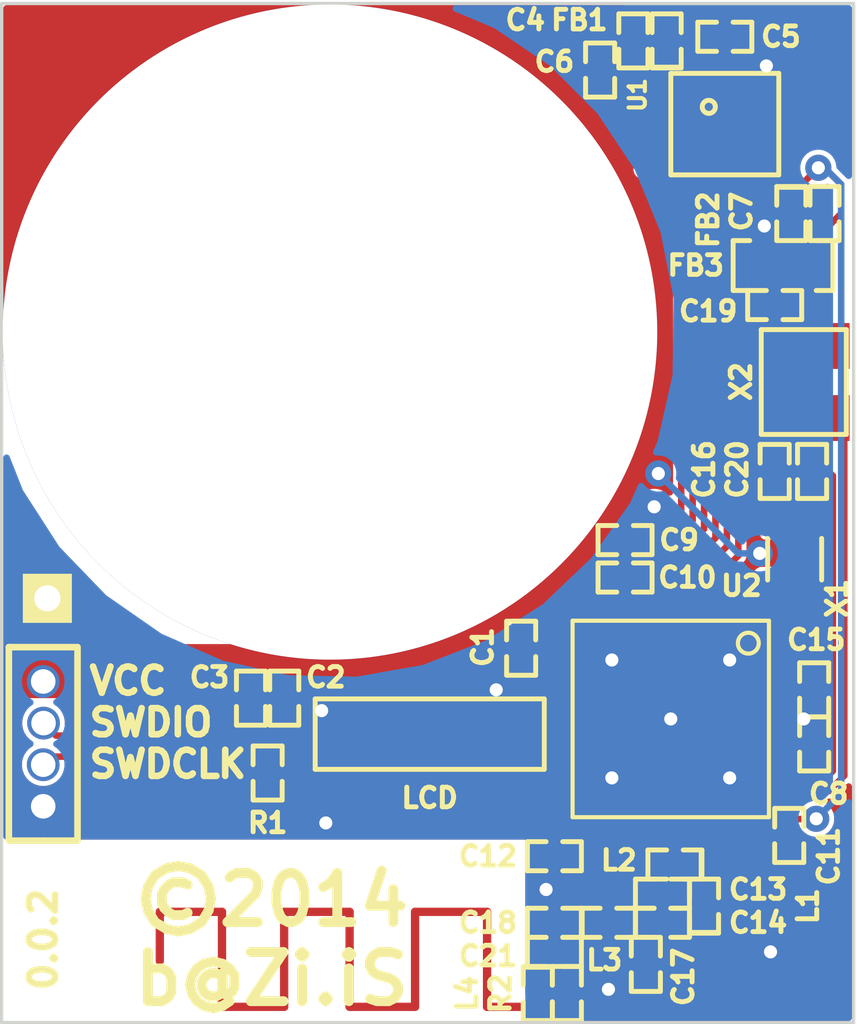
<source format=kicad_pcb>
(kicad_pcb (version 4) (host pcbnew "(2014-08-05 BZR 5054)-product")

  (general
    (links 95)
    (no_connects 0)
    (area 90.188781 99.68078 129.284285 135.432781)
    (thickness 1.6)
    (drawings 11)
    (tracks 295)
    (zones 0)
    (modules 38)
    (nets 32)
  )

  (page A3)
  (title_block
    (title "Auxiliary Screen")
    (rev 0.1)
    (company b@Zi.IS)
  )

  (layers
    (0 F.Cu signal)
    (31 B.Cu signal)
    (32 B.Adhes user)
    (33 F.Adhes user)
    (34 B.Paste user)
    (35 F.Paste user)
    (36 B.SilkS user)
    (37 F.SilkS user)
    (38 B.Mask user)
    (39 F.Mask user)
    (40 Dwgs.User user hide)
    (41 Cmts.User user)
    (42 Eco1.User user)
    (43 Eco2.User user)
    (44 Edge.Cuts user)
    (45 Margin user)
  )

  (setup
    (last_trace_width 0.2)
    (trace_clearance 0.149)
    (zone_clearance 0)
    (zone_45_only yes)
    (trace_min 0.127)
    (segment_width 0.2)
    (edge_width 0.1)
    (via_size 0.8)
    (via_drill 0.4)
    (via_min_size 0.8)
    (via_min_drill 0.4)
    (uvia_size 0.508)
    (uvia_drill 0.127)
    (uvias_allowed no)
    (uvia_min_size 0.508)
    (uvia_min_drill 0.1)
    (pcb_text_width 0.3)
    (pcb_text_size 1.5 1.5)
    (mod_edge_width 0.15)
    (mod_text_size 0.6 0.6)
    (mod_text_width 0.15)
    (pad_size 0.55 1)
    (pad_drill 0)
    (pad_to_mask_clearance 0)
    (aux_axis_origin 126.00178 131.08178)
    (grid_origin 126.00178 131.08178)
    (visible_elements FFFFFF7F)
    (pcbplotparams
      (layerselection 0x010f0_80000001)
      (usegerberextensions true)
      (excludeedgelayer true)
      (linewidth 0.150000)
      (plotframeref false)
      (viasonmask false)
      (mode 1)
      (useauxorigin false)
      (hpglpennumber 1)
      (hpglpenspeed 20)
      (hpglpendiameter 15)
      (hpglpenoverlay 2)
      (psnegative false)
      (psa4output false)
      (plotreference true)
      (plotvalue true)
      (plotinvisibletext false)
      (padsonsilk false)
      (subtractmaskfromsilk true)
      (outputformat 1)
      (mirror false)
      (drillshape 0)
      (scaleselection 1)
      (outputdirectory Out))
  )

  (net 0 "")
  (net 1 /nRF51822/ANT)
  (net 2 /nRF51822/P12)
  (net 3 /nRF51822/P13)
  (net 4 /nRF51822/P14)
  (net 5 /nRF51822/P15)
  (net 6 /nRF51822/P16)
  (net 7 /nRF51822/P2)
  (net 8 /nRF51822/P3)
  (net 9 /nRF51822/SWDCLK)
  (net 10 /nRF51822/SWDIO)
  (net 11 /nRF51822/VCC)
  (net 12 /nRF51822/XC1)
  (net 13 /nRF51822/XC2)
  (net 14 /nRF51822/XL1)
  (net 15 /nRF51822/XL2)
  (net 16 GND)
  (net 17 "Net-(C4-Pad1)")
  (net 18 "Net-(C11-Pad1)")
  (net 19 "Net-(C8-Pad1)")
  (net 20 "Net-(C12-Pad1)")
  (net 21 "Net-(C13-Pad1)")
  (net 22 "Net-(C14-Pad1)")
  (net 23 "Net-(C14-Pad2)")
  (net 24 "Net-(C18-Pad1)")
  (net 25 "Net-(FB2-Pad2)")
  (net 26 "Net-(FB3-Pad2)")
  (net 27 "Net-(L1-Pad2)")
  (net 28 /nRF51822/P0)
  (net 29 /nRF51822/P1)
  (net 30 /nRF51822/P30)
  (net 31 /nRF51822/P8)

  (net_class Default "This is the default net class."
    (clearance 0.149)
    (trace_width 0.2)
    (via_dia 0.8)
    (via_drill 0.4)
    (uvia_dia 0.508)
    (uvia_drill 0.127)
    (add_net /nRF51822/ANT)
    (add_net /nRF51822/P0)
    (add_net /nRF51822/P1)
    (add_net /nRF51822/P12)
    (add_net /nRF51822/P13)
    (add_net /nRF51822/P14)
    (add_net /nRF51822/P15)
    (add_net /nRF51822/P16)
    (add_net /nRF51822/P2)
    (add_net /nRF51822/P3)
    (add_net /nRF51822/P30)
    (add_net /nRF51822/P8)
    (add_net /nRF51822/SWDCLK)
    (add_net /nRF51822/SWDIO)
    (add_net /nRF51822/VCC)
    (add_net /nRF51822/XL1)
    (add_net /nRF51822/XL2)
    (add_net GND)
    (add_net "Net-(C11-Pad1)")
    (add_net "Net-(C12-Pad1)")
    (add_net "Net-(C13-Pad1)")
    (add_net "Net-(C14-Pad1)")
    (add_net "Net-(C14-Pad2)")
    (add_net "Net-(C18-Pad1)")
    (add_net "Net-(C4-Pad1)")
    (add_net "Net-(C8-Pad1)")
    (add_net "Net-(FB2-Pad2)")
    (add_net "Net-(FB3-Pad2)")
    (add_net "Net-(L1-Pad2)")
  )

  (net_class Thin ""
    (clearance 0.13)
    (trace_width 0.13)
    (via_dia 0.8)
    (via_drill 0.4)
    (uvia_dia 0.508)
    (uvia_drill 0.127)
    (add_net /nRF51822/XC1)
    (add_net /nRF51822/XC2)
  )

  (module FPC10 (layer F.Cu) (tedit 540378F9) (tstamp 5401B689)
    (at 113.04778 121.04878)
    (path /5323AC2E)
    (clearance 0.1)
    (fp_text reference P2 (at 0 2) (layer F.SilkS) hide
      (effects (font (size 0.6 0.6) (thickness 0.15)))
    )
    (fp_text value LCD (at 0 3.175 180) (layer F.SilkS)
      (effects (font (size 0.6 0.6) (thickness 0.15)))
    )
    (fp_line (start -3.5 2.3) (end 3.5 2.3) (layer F.SilkS) (width 0.15))
    (fp_line (start -3.5 0.15) (end 3.5 0.15) (layer F.SilkS) (width 0.15))
    (fp_line (start 3.5 0.15) (end 3.5 2.3) (layer F.SilkS) (width 0.15))
    (fp_line (start -3.5 0.15) (end -3.5 2.3) (layer F.SilkS) (width 0.15))
    (pad 1 smd rect (at -2.25 0) (size 0.3 0.7) (layers F.Cu F.Paste F.Mask)
      (net 6 /nRF51822/P16))
    (pad 2 smd rect (at -1.75 0) (size 0.3 0.7) (layers F.Cu F.Paste F.Mask)
      (net 5 /nRF51822/P15) (clearance 0.1))
    (pad 3 smd rect (at -1.25 0) (size 0.3 0.7) (layers F.Cu F.Paste F.Mask)
      (net 4 /nRF51822/P14) (clearance 0.1))
    (pad 4 smd rect (at -0.75 0) (size 0.3 0.7) (layers F.Cu F.Paste F.Mask)
      (net 3 /nRF51822/P13) (clearance 0.1))
    (pad 5 smd rect (at -0.25 0) (size 0.3 0.7) (layers F.Cu F.Paste F.Mask)
      (net 2 /nRF51822/P12) (clearance 0.1))
    (pad 6 smd rect (at 0.25 0) (size 0.3 0.7) (layers F.Cu F.Paste F.Mask)
      (net 11 /nRF51822/VCC) (clearance 0.1))
    (pad 7 smd rect (at 0.75 0) (size 0.3 0.7) (layers F.Cu F.Paste F.Mask)
      (net 11 /nRF51822/VCC) (clearance 0.1))
    (pad 8 smd rect (at 1.25 0) (size 0.3 0.7) (layers F.Cu F.Paste F.Mask)
      (net 31 /nRF51822/P8) (clearance 0.1))
    (pad 9 smd rect (at 1.75 0) (size 0.3 0.7) (layers F.Cu F.Paste F.Mask)
      (net 16 GND) (clearance 0.1))
    (pad 10 smd rect (at 2.25 0) (size 0.3 0.7) (layers F.Cu F.Paste F.Mask)
      (net 16 GND) (clearance 0.1))
    (pad "" smd rect (at -3.175 2.05) (size 0.55 1) (layers F.Cu F.Paste F.Mask))
    (model /home/barnaby/workspace/aux_lcd/FH33-10.wrl
      (at (xyz 0.1369999945163727 0.009999999776482582 0))
      (scale (xyz 0.3937000036239624 0.3937000036239624 0.3937000036239624))
      (rotate (xyz -90 0 90))
    )
  )

  (module Connect:SIL-1 (layer F.Cu) (tedit 54005EAF) (tstamp 53FF8398)
    (at 101.36378 118.12778)
    (descr "Connecteurs 1 pin")
    (tags "CONN DEV")
    (path /532B1687)
    (fp_text reference B-1 (at 0 -1.7) (layer F.SilkS) hide
      (effects (font (size 0.6 0.6) (thickness 0.15)))
    )
    (fp_text value CONN_1 (at -0.662 -1.337) (layer F.SilkS) hide
      (effects (font (size 0.6 0.6) (thickness 0.15)))
    )
    (pad 1 thru_hole rect (at 0 0) (size 1.5 1.5) (drill 0.8) (layers *.Cu *.Mask F.SilkS)
      (net 16 GND) (zone_connect 2))
  )

  (module Local:QFN48 (layer F.Cu) (tedit 540383FE) (tstamp 53FF6C2C)
    (at 120.41378 121.81078 270)
    (path /5323480E/53233CB4)
    (clearance 0.1)
    (attr smd)
    (fp_text reference U2 (at -4.064 -2.159 540) (layer F.SilkS)
      (effects (font (size 0.6 0.6) (thickness 0.15)))
    )
    (fp_text value NRF51822 (at 0.0508 -0.889 270) (layer F.SilkS) hide
      (effects (font (size 0.6 0.6) (thickness 0.15)))
    )
    (fp_line (start -3 -3) (end 3 -3) (layer F.SilkS) (width 0.127))
    (fp_line (start 3 -3) (end 3 3) (layer F.SilkS) (width 0.127))
    (fp_line (start 3 3) (end -3 3) (layer F.SilkS) (width 0.127))
    (fp_line (start -3 3) (end -3 -3) (layer F.SilkS) (width 0.127))
    (fp_circle (center -2.31394 -2.36982) (end -2.41554 -2.67208) (layer F.SilkS) (width 0.127))
    (pad 1 smd rect (at -3 -2.2 270) (size 1 0.3) (layers F.Cu F.Paste F.Mask)
      (net 11 /nRF51822/VCC))
    (pad 2 smd rect (at -3 -1.8 270) (size 1 0.3) (layers F.Cu F.Paste F.Mask)
      (net 26 "Net-(FB3-Pad2)"))
    (pad 3 smd rect (at -3 -1.4 270) (size 1 0.24892) (layers F.Cu F.Paste F.Mask)
      (net 30 /nRF51822/P30))
    (pad 4 smd rect (at -3 -1 270) (size 1 0.3) (layers F.Cu F.Paste F.Mask)
      (net 28 /nRF51822/P0))
    (pad 5 smd rect (at -3 -0.6 270) (size 1 0.3) (layers F.Cu F.Paste F.Mask)
      (net 29 /nRF51822/P1))
    (pad 6 smd rect (at -3 -0.2 270) (size 1 0.3) (layers F.Cu F.Paste F.Mask)
      (net 7 /nRF51822/P2))
    (pad 7 smd rect (at -3 0.2 270) (size 1 0.3) (layers F.Cu F.Paste F.Mask)
      (net 8 /nRF51822/P3))
    (pad 8 smd rect (at -3 0.6 270) (size 1 0.3) (layers F.Cu F.Paste F.Mask))
    (pad 9 smd rect (at -3 1 270) (size 1 0.3) (layers F.Cu F.Paste F.Mask))
    (pad 10 smd rect (at -3 1.4 270) (size 1 0.3) (layers F.Cu F.Paste F.Mask))
    (pad 11 smd rect (at -3 1.8 270) (size 1 0.3) (layers F.Cu F.Paste F.Mask))
    (pad 12 smd rect (at -3 2.2 270) (size 1 0.3) (layers F.Cu F.Paste F.Mask)
      (net 11 /nRF51822/VCC))
    (pad 33 smd rect (at 3 -1 270) (size 1 0.3) (layers F.Cu F.Paste F.Mask)
      (net 16 GND))
    (pad 34 smd rect (at 3 -1.4 270) (size 1 0.3) (layers F.Cu F.Paste F.Mask)
      (net 16 GND))
    (pad 35 smd rect (at 3 -1.8 270) (size 1 0.3) (layers F.Cu F.Paste F.Mask)
      (net 18 "Net-(C11-Pad1)"))
    (pad 36 smd rect (at 3 -2.2 270) (size 1 0.3) (layers F.Cu F.Paste F.Mask)
      (net 18 "Net-(C11-Pad1)"))
    (pad 17 smd rect (at -0.6 3 270) (size 0.3 1) (layers F.Cu F.Paste F.Mask))
    (pad 18 smd rect (at -0.2 3 270) (size 0.3 1) (layers F.Cu F.Paste F.Mask)
      (net 2 /nRF51822/P12))
    (pad 19 smd rect (at 0.2 3 270) (size 0.3 1) (layers F.Cu F.Paste F.Mask)
      (net 3 /nRF51822/P13))
    (pad 20 smd rect (at 0.6 3 270) (size 0.3 1) (layers F.Cu F.Paste F.Mask)
      (net 4 /nRF51822/P14))
    (pad 21 smd rect (at 1 3 270) (size 0.3 1) (layers F.Cu F.Paste F.Mask)
      (net 5 /nRF51822/P15))
    (pad 22 smd rect (at 1.4 3 270) (size 0.3 1) (layers F.Cu F.Paste F.Mask)
      (net 6 /nRF51822/P16))
    (pad 23 smd rect (at 1.8 3 270) (size 0.3 1) (layers F.Cu F.Paste F.Mask)
      (net 10 /nRF51822/SWDIO))
    (pad 24 smd rect (at 2.2 3 270) (size 0.3 1) (layers F.Cu F.Paste F.Mask)
      (net 9 /nRF51822/SWDCLK))
    (pad 13 smd rect (at -2.2 3 270) (size 0.3 1) (layers F.Cu F.Paste F.Mask)
      (net 16 GND))
    (pad 14 smd rect (at -1.8 3 270) (size 0.3 1) (layers F.Cu F.Paste F.Mask)
      (net 31 /nRF51822/P8))
    (pad 15 smd rect (at -1.4 3 270) (size 0.3 1) (layers F.Cu F.Paste F.Mask))
    (pad 16 smd rect (at -1 3 270) (size 0.3 1) (layers F.Cu F.Paste F.Mask))
    (pad 25 smd rect (at 3 2.2 270) (size 1 0.3) (layers F.Cu F.Paste F.Mask))
    (pad 26 smd rect (at 3 1.8 270) (size 1 0.3) (layers F.Cu F.Paste F.Mask))
    (pad 27 smd rect (at 3 1.4 270) (size 1 0.3) (layers F.Cu F.Paste F.Mask))
    (pad 28 smd rect (at 3 1 270) (size 1 0.3) (layers F.Cu F.Paste F.Mask))
    (pad 29 smd rect (at 3 0.6 270) (size 1 0.3) (layers F.Cu F.Paste F.Mask)
      (net 20 "Net-(C12-Pad1)"))
    (pad 30 smd rect (at 3 0.2 270) (size 1 0.3) (layers F.Cu F.Paste F.Mask)
      (net 21 "Net-(C13-Pad1)"))
    (pad 31 smd rect (at 3 -0.2 270) (size 1 0.3) (layers F.Cu F.Paste F.Mask)
      (net 27 "Net-(L1-Pad2)"))
    (pad 32 smd rect (at 3 -0.6 270) (size 1 0.3) (layers F.Cu F.Paste F.Mask)
      (net 22 "Net-(C14-Pad1)"))
    (pad 37 smd rect (at 2.2 -3 270) (size 0.3 1) (layers F.Cu F.Paste F.Mask)
      (net 12 /nRF51822/XC1))
    (pad 38 smd rect (at 1.8 -3 270) (size 0.3 1) (layers F.Cu F.Paste F.Mask)
      (net 13 /nRF51822/XC2))
    (pad 39 smd rect (at 1.4 -3 270) (size 0.3 1) (layers F.Cu F.Paste F.Mask)
      (net 19 "Net-(C8-Pad1)"))
    (pad 40 smd rect (at 1 -3 270) (size 0.3 1) (layers F.Cu F.Paste F.Mask))
    (pad 41 smd rect (at 0.6 -2.99852 270) (size 0.3 1) (layers F.Cu F.Paste F.Mask))
    (pad 42 smd rect (at 0.2 -2.99852 270) (size 0.3 1) (layers F.Cu F.Paste F.Mask))
    (pad 43 smd rect (at -0.2 -2.99852 270) (size 0.3 1) (layers F.Cu F.Paste F.Mask))
    (pad 44 smd rect (at -0.6 -2.99852 270) (size 0.3 1) (layers F.Cu F.Paste F.Mask))
    (pad 45 smd rect (at -1 -2.99852 270) (size 0.3 1) (layers F.Cu F.Paste F.Mask)
      (net 14 /nRF51822/XL1))
    (pad 46 smd rect (at -1.4 -2.99852 270) (size 0.3 1) (layers F.Cu F.Paste F.Mask)
      (net 15 /nRF51822/XL2))
    (pad 47 smd rect (at -1.8 -2.99852 270) (size 0.3 1) (layers F.Cu F.Paste F.Mask))
    (pad 48 smd rect (at -2.2 -2.99852 270) (size 0.3 1) (layers F.Cu F.Paste F.Mask))
    (pad 13 smd rect (at 0 0 270) (size 4.6 4.6) (layers F.Cu F.Paste F.Mask)
      (net 16 GND) (clearance 0.1))
    (pad 13 thru_hole circle (at -1.8 -1.8 270) (size 0.4 0.4) (drill 0.4) (layers *.Cu)
      (net 16 GND))
    (pad 13 thru_hole circle (at 1.8 -1.8 270) (size 0.4 0.4) (drill 0.4) (layers *.Cu)
      (net 16 GND))
    (pad 13 thru_hole circle (at 1.8 1.8 270) (size 0.4 0.4) (drill 0.4) (layers *.Cu)
      (net 16 GND))
    (pad 13 thru_hole circle (at -1.8 1.8 270) (size 0.4 0.4) (drill 0.4) (layers *.Cu)
      (net 16 GND))
    (pad 13 thru_hole circle (at 0 0 270) (size 0.4 0.4) (drill 0.4) (layers *.Cu)
      (net 16 GND))
    (model smd\qfn48.wrl
      (at (xyz 0 0 0))
      (scale (xyz 0.1400000005960464 0.1400000005960464 0.1400000005960464))
      (rotate (xyz 0 0 0))
    )
  )

  (module Crystals_Oscillators_SMD:crystal_FA238-TSX3225 (layer F.Cu) (tedit 53FF6B82) (tstamp 5401C728)
    (at 124.47778 111.52378 270)
    (descr "crystal Epson Toyocom FA-238 and TSX-3225 series")
    (path /5323480E/53233287)
    (clearance 0.11)
    (fp_text reference X2 (at -0.0127 1.9177 270) (layer F.SilkS)
      (effects (font (size 0.6 0.6) (thickness 0.15)))
    )
    (fp_text value 16Mhz (at 0.2 2.3 270) (layer F.SilkS) hide
      (effects (font (size 0.6 0.6) (thickness 0.15)))
    )
    (fp_line (start -1.6 -1.3) (end 1.6 -1.3) (layer F.SilkS) (width 0.15))
    (fp_line (start 1.6 -1.3) (end 1.6 1.3) (layer F.SilkS) (width 0.15))
    (fp_line (start 1.6 1.3) (end -1.6 1.3) (layer F.SilkS) (width 0.15))
    (fp_line (start -1.6 1.3) (end -1.6 -1.3) (layer F.SilkS) (width 0.15))
    (pad 1 smd rect (at -1.1 0.8 270) (size 1.4 1.2) (layers F.Cu F.Paste F.Mask)
      (net 13 /nRF51822/XC2))
    (pad 3 smd rect (at 1.1 0.8 270) (size 1.4 1.2) (layers F.Cu F.Paste F.Mask))
    (pad 3 smd rect (at -1.1 -0.8 270) (size 1.4 1.2) (layers F.Cu F.Paste F.Mask))
    (pad 2 smd rect (at 1.1 -0.8 270) (size 1.4 1.2) (layers F.Cu F.Paste F.Mask)
      (net 12 /nRF51822/XC1))
    (model smd/smd_crystal&oscillator/crystal_4pins_smd.wrl
      (at (xyz 0 0 0))
      (scale (xyz 0.239999994635582 0.239999994635582 0.239999994635582))
      (rotate (xyz 0 0 0))
    )
  )

  (module Local:CR2032 (layer F.Cu) (tedit 54006950) (tstamp 5401AF75)
    (at 109.99978 109.99978)
    (descr CR3216)
    (tags DEV)
    (path /532B6FEF)
    (fp_text reference B1 (at 0 -3.048) (layer F.SilkS) hide
      (effects (font (size 0.6 0.6) (thickness 0.15)))
    )
    (fp_text value CONN_1 (at 0 2.794) (layer F.SilkS) hide
      (effects (font (size 0.6 0.6) (thickness 0.15)))
    )
    (pad 1 thru_hole circle (at 0 0) (size 20 20) (drill 20) (layers *.Cu)
      (net 11 /nRF51822/VCC) (clearance 0.5) (zone_connect 2))
    (model /home/barnaby/workspace/aux_lcd/cr2032.wrl
      (at (xyz 0 0 -0.06299199908971786))
      (scale (xyz 0.3899999856948853 0.3899999856948853 0.3899999856948853))
      (rotate (xyz 0 0 0))
    )
  )

  (module Local:LGA16 (layer F.Cu) (tedit 5401B0DF) (tstamp 5401B6B2)
    (at 122.06478 103.64978)
    (path /5329D362)
    (clearance 0.2)
    (fp_text reference U1 (at -2.667 -0.889 90) (layer F.SilkS)
      (effects (font (size 0.5 0.5) (thickness 0.125)))
    )
    (fp_text value ADXL362 (at 0 -2.6) (layer F.SilkS) hide
      (effects (font (size 0.5 0.5) (thickness 0.125)))
    )
    (fp_circle (center -0.489 -0.527) (end -0.289 -0.527) (layer F.SilkS) (width 0.15))
    (fp_line (start -1.65 -1.55) (end -1.65 1.55) (layer F.SilkS) (width 0.15))
    (fp_line (start -1.65 1.55) (end 1.65 1.55) (layer F.SilkS) (width 0.15))
    (fp_line (start 1.65 1.55) (end 1.65 -1.55) (layer F.SilkS) (width 0.15))
    (fp_line (start 1.65 -1.55) (end -1.65 -1.55) (layer F.SilkS) (width 0.15))
    (pad 16 smd rect (at -0.5 -1.55) (size 0.3 1.025) (layers F.Cu F.Paste F.Mask)
      (net 16 GND))
    (pad 14 smd rect (at 0.5 -1.55) (size 0.3 1.025) (layers F.Cu F.Paste F.Mask)
      (net 17 "Net-(C4-Pad1)"))
    (pad 13 smd rect (at 1.65 -1) (size 1.15 0.3) (layers F.Cu F.Paste F.Mask)
      (net 16 GND))
    (pad 12 smd rect (at 1.65 -0.5) (size 1.15 0.3) (layers F.Cu F.Paste F.Mask)
      (net 16 GND))
    (pad 11 smd rect (at 1.65 0) (size 1.15 0.3) (layers F.Cu F.Paste F.Mask))
    (pad 10 smd rect (at 1.65 0.5) (size 1.15 0.3) (layers F.Cu F.Paste F.Mask))
    (pad 8 smd rect (at 0.5 1.55) (size 0.3 1.025) (layers F.Cu F.Paste F.Mask)
      (net 28 /nRF51822/P0))
    (pad 7 smd rect (at 0 1.55) (size 0.3 1.025) (layers F.Cu F.Paste F.Mask)
      (net 29 /nRF51822/P1))
    (pad 6 smd rect (at -0.5 1.55) (size 0.3 1.025) (layers F.Cu F.Paste F.Mask)
      (net 7 /nRF51822/P2))
    (pad 4 smd rect (at -1.65 0.5) (size 1.15 0.3) (layers F.Cu F.Paste F.Mask)
      (net 8 /nRF51822/P3))
    (pad 3 smd rect (at -1.65 0) (size 1.15 0.3) (layers F.Cu F.Paste F.Mask))
    (pad 1 smd rect (at -1.65 -1) (size 1.15 0.3) (layers F.Cu F.Paste F.Mask)
      (net 11 /nRF51822/VCC))
    (pad 9 smd rect (at 1.65 1) (size 1.15 0.3) (layers F.Cu F.Paste F.Mask)
      (net 30 /nRF51822/P30))
    (pad 5 smd rect (at -1.65 1) (size 1.15 0.3) (layers F.Cu F.Paste F.Mask))
    (pad 2 smd rect (at -1.65 -0.5) (size 1.15 0.3) (layers F.Cu F.Paste F.Mask))
    (pad 15 smd rect (at 0 -1.55) (size 0.3 1.025) (layers F.Cu F.Paste F.Mask))
    (model smd/qfn24.wrl
      (at (xyz 0 0 0))
      (scale (xyz 0.75 0.800000011920929 1.299999952316284))
      (rotate (xyz 0 0 0))
    )
  )

  (module Local:SMD-0402 (layer F.Cu) (tedit 5401B0F5) (tstamp 5401BD4C)
    (at 120.28678 101.10978 90)
    (path /5329D374)
    (attr smd)
    (fp_text reference FB1 (at 0.635 -2.667 180) (layer F.SilkS)
      (effects (font (size 0.6 0.6) (thickness 0.15)))
    )
    (fp_text value FILTER (at 0.09906 0 90) (layer F.SilkS) hide
      (effects (font (size 0.5 0.5) (thickness 0.125)))
    )
    (fp_line (start 0.254 -0.4445) (end 0.8255 -0.4445) (layer F.SilkS) (width 0.15))
    (fp_line (start 0.8255 -0.4445) (end 0.8255 0.4445) (layer F.SilkS) (width 0.15))
    (fp_line (start 0.8255 0.4445) (end 0.254 0.4445) (layer F.SilkS) (width 0.15))
    (fp_line (start -0.254 0.4445) (end -0.8255 0.4445) (layer F.SilkS) (width 0.15))
    (fp_line (start -0.8255 0.4445) (end -0.8255 -0.4445) (layer F.SilkS) (width 0.15))
    (fp_line (start -0.8255 -0.4445) (end -0.254 -0.4445) (layer F.SilkS) (width 0.15))
    (fp_line (start -0.762 -0.381) (end -0.762 0.381) (layer F.SilkS) (width 0.07112))
    (pad 1 smd rect (at -0.5 0 90) (size 0.5 0.5) (layers F.Cu F.Paste F.Mask)
      (net 11 /nRF51822/VCC))
    (pad 2 smd rect (at 0.5 0 90) (size 0.5 0.5) (layers F.Cu F.Paste F.Mask)
      (net 17 "Net-(C4-Pad1)"))
    (model smd\chip_cms.wrl
      (at (xyz 0 0 0.002000000094994903))
      (scale (xyz 0.05000000074505806 0.05000000074505806 0.05000000074505806))
      (rotate (xyz 0 0 0))
    )
  )

  (module Local:SMD-0402 (layer F.Cu) (tedit 5401EB11) (tstamp 5401B633)
    (at 124.09678 106.38028 270)
    (path /5323480E/5329BB1D)
    (attr smd)
    (fp_text reference FB2 (at 0.1905 2.54 270) (layer F.SilkS)
      (effects (font (size 0.6 0.6) (thickness 0.15)))
    )
    (fp_text value 15nH (at 0.09906 0 270) (layer F.SilkS) hide
      (effects (font (size 0.5 0.5) (thickness 0.125)))
    )
    (fp_line (start 0.254 -0.4445) (end 0.8255 -0.4445) (layer F.SilkS) (width 0.15))
    (fp_line (start 0.8255 -0.4445) (end 0.8255 0.4445) (layer F.SilkS) (width 0.15))
    (fp_line (start 0.8255 0.4445) (end 0.254 0.4445) (layer F.SilkS) (width 0.15))
    (fp_line (start -0.254 0.4445) (end -0.8255 0.4445) (layer F.SilkS) (width 0.15))
    (fp_line (start -0.8255 0.4445) (end -0.8255 -0.4445) (layer F.SilkS) (width 0.15))
    (fp_line (start -0.8255 -0.4445) (end -0.254 -0.4445) (layer F.SilkS) (width 0.15))
    (fp_line (start -0.762 -0.381) (end -0.762 0.381) (layer F.SilkS) (width 0.07112))
    (pad 1 smd rect (at -0.5 0 270) (size 0.5 0.5) (layers F.Cu F.Paste F.Mask)
      (net 18 "Net-(C11-Pad1)"))
    (pad 2 smd rect (at 0.5 0 270) (size 0.5 0.5) (layers F.Cu F.Paste F.Mask)
      (net 25 "Net-(FB2-Pad2)"))
    (model smd\chip_cms.wrl
      (at (xyz 0 0 0.002000000094994903))
      (scale (xyz 0.05000000074505806 0.05000000074505806 0.05000000074505806))
      (rotate (xyz 0 0 0))
    )
  )

  (module Local:SMD-0402 (layer F.Cu) (tedit 5401AF30) (tstamp 5401B64B)
    (at 121.42978 127.52578 90)
    (path /5323480E/532346F4)
    (attr smd)
    (fp_text reference L1 (at 0 3.175 90) (layer F.SilkS)
      (effects (font (size 0.6 0.6) (thickness 0.15)))
    )
    (fp_text value 4.7nH (at 0.09906 0 90) (layer F.SilkS) hide
      (effects (font (size 0.5 0.5) (thickness 0.125)))
    )
    (fp_line (start 0.254 -0.4445) (end 0.8255 -0.4445) (layer F.SilkS) (width 0.15))
    (fp_line (start 0.8255 -0.4445) (end 0.8255 0.4445) (layer F.SilkS) (width 0.15))
    (fp_line (start 0.8255 0.4445) (end 0.254 0.4445) (layer F.SilkS) (width 0.15))
    (fp_line (start -0.254 0.4445) (end -0.8255 0.4445) (layer F.SilkS) (width 0.15))
    (fp_line (start -0.8255 0.4445) (end -0.8255 -0.4445) (layer F.SilkS) (width 0.15))
    (fp_line (start -0.8255 -0.4445) (end -0.254 -0.4445) (layer F.SilkS) (width 0.15))
    (fp_line (start -0.762 -0.381) (end -0.762 0.381) (layer F.SilkS) (width 0.07112))
    (pad 1 smd rect (at -0.5 0 90) (size 0.5 0.5) (layers F.Cu F.Paste F.Mask)
      (net 22 "Net-(C14-Pad1)"))
    (pad 2 smd rect (at 0.5 0 90) (size 0.5 0.5) (layers F.Cu F.Paste F.Mask)
      (net 27 "Net-(L1-Pad2)"))
    (model smd\chip_cms.wrl
      (at (xyz 0 0 0.002000000094994903))
      (scale (xyz 0.05000000074505806 0.05000000074505806 0.05000000074505806))
      (rotate (xyz 0 0 0))
    )
  )

  (module Local:SMD-0402 (layer F.Cu) (tedit 5401B984) (tstamp 5401E160)
    (at 120.54078 126.25578 180)
    (path /5323480E/532346E7)
    (attr smd)
    (fp_text reference L2 (at 1.7145 0.127 180) (layer F.SilkS)
      (effects (font (size 0.6 0.6) (thickness 0.15)))
    )
    (fp_text value 10nH (at 0.09906 0 180) (layer F.SilkS) hide
      (effects (font (size 0.5 0.5) (thickness 0.125)))
    )
    (fp_line (start 0.254 -0.4445) (end 0.8255 -0.4445) (layer F.SilkS) (width 0.15))
    (fp_line (start 0.8255 -0.4445) (end 0.8255 0.4445) (layer F.SilkS) (width 0.15))
    (fp_line (start 0.8255 0.4445) (end 0.254 0.4445) (layer F.SilkS) (width 0.15))
    (fp_line (start -0.254 0.4445) (end -0.8255 0.4445) (layer F.SilkS) (width 0.15))
    (fp_line (start -0.8255 0.4445) (end -0.8255 -0.4445) (layer F.SilkS) (width 0.15))
    (fp_line (start -0.8255 -0.4445) (end -0.254 -0.4445) (layer F.SilkS) (width 0.15))
    (fp_line (start -0.762 -0.381) (end -0.762 0.381) (layer F.SilkS) (width 0.07112))
    (pad 1 smd rect (at -0.5 0 180) (size 0.5 0.5) (layers F.Cu F.Paste F.Mask)
      (net 27 "Net-(L1-Pad2)"))
    (pad 2 smd rect (at 0.5 0 180) (size 0.5 0.5) (layers F.Cu F.Paste F.Mask)
      (net 21 "Net-(C13-Pad1)"))
    (model smd\chip_cms.wrl
      (at (xyz 0 0 0.002000000094994903))
      (scale (xyz 0.05000000074505806 0.05000000074505806 0.05000000074505806))
      (rotate (xyz 0 0 0))
    )
  )

  (module Local:SMD-0402 (layer F.Cu) (tedit 5401AF23) (tstamp 5401B663)
    (at 118.50878 128.03378)
    (path /5323480E/532346FA)
    (attr smd)
    (fp_text reference L3 (at -0.127 1.143) (layer F.SilkS)
      (effects (font (size 0.6 0.6) (thickness 0.15)))
    )
    (fp_text value 3.3nH (at 0.09906 0) (layer F.SilkS) hide
      (effects (font (size 0.5 0.5) (thickness 0.125)))
    )
    (fp_line (start 0.254 -0.4445) (end 0.8255 -0.4445) (layer F.SilkS) (width 0.15))
    (fp_line (start 0.8255 -0.4445) (end 0.8255 0.4445) (layer F.SilkS) (width 0.15))
    (fp_line (start 0.8255 0.4445) (end 0.254 0.4445) (layer F.SilkS) (width 0.15))
    (fp_line (start -0.254 0.4445) (end -0.8255 0.4445) (layer F.SilkS) (width 0.15))
    (fp_line (start -0.8255 0.4445) (end -0.8255 -0.4445) (layer F.SilkS) (width 0.15))
    (fp_line (start -0.8255 -0.4445) (end -0.254 -0.4445) (layer F.SilkS) (width 0.15))
    (fp_line (start -0.762 -0.381) (end -0.762 0.381) (layer F.SilkS) (width 0.07112))
    (pad 1 smd rect (at -0.5 0) (size 0.5 0.5) (layers F.Cu F.Paste F.Mask)
      (net 24 "Net-(C18-Pad1)"))
    (pad 2 smd rect (at 0.5 0) (size 0.5 0.5) (layers F.Cu F.Paste F.Mask)
      (net 23 "Net-(C14-Pad2)"))
    (model smd\chip_cms.wrl
      (at (xyz 0 0 0.002000000094994903))
      (scale (xyz 0.05000000074505806 0.05000000074505806 0.05000000074505806))
      (rotate (xyz 0 0 0))
    )
  )

  (module Local:SMD-0402 (layer F.Cu) (tedit 5401AEC5) (tstamp 5401B66F)
    (at 116.34978 130.19278 270)
    (path /5323480E/53234700)
    (attr smd)
    (fp_text reference L4 (at 0 2.159 270) (layer F.SilkS)
      (effects (font (size 0.6 0.6) (thickness 0.15)))
    )
    (fp_text value 1.8nH (at 0.09906 0 270) (layer F.SilkS) hide
      (effects (font (size 0.5 0.5) (thickness 0.125)))
    )
    (fp_line (start 0.254 -0.4445) (end 0.8255 -0.4445) (layer F.SilkS) (width 0.15))
    (fp_line (start 0.8255 -0.4445) (end 0.8255 0.4445) (layer F.SilkS) (width 0.15))
    (fp_line (start 0.8255 0.4445) (end 0.254 0.4445) (layer F.SilkS) (width 0.15))
    (fp_line (start -0.254 0.4445) (end -0.8255 0.4445) (layer F.SilkS) (width 0.15))
    (fp_line (start -0.8255 0.4445) (end -0.8255 -0.4445) (layer F.SilkS) (width 0.15))
    (fp_line (start -0.8255 -0.4445) (end -0.254 -0.4445) (layer F.SilkS) (width 0.15))
    (fp_line (start -0.762 -0.381) (end -0.762 0.381) (layer F.SilkS) (width 0.07112))
    (pad 1 smd rect (at -0.5 0 270) (size 0.5 0.5) (layers F.Cu F.Paste F.Mask)
      (net 16 GND))
    (pad 2 smd rect (at 0.5 0 270) (size 0.5 0.5) (layers F.Cu F.Paste F.Mask)
      (net 1 /nRF51822/ANT))
    (model smd\chip_cms.wrl
      (at (xyz 0 0 0.002000000094994903))
      (scale (xyz 0.05000000074505806 0.05000000074505806 0.05000000074505806))
      (rotate (xyz 0 0 0))
    )
  )

  (module Local:SMD-0402_r (layer F.Cu) (tedit 540383D3) (tstamp 5401B69C)
    (at 108.09478 123.46178 270)
    (path /5323480E/53233E4E)
    (attr smd)
    (fp_text reference R1 (at 1.524 0 360) (layer F.SilkS)
      (effects (font (size 0.6 0.6) (thickness 0.15)))
    )
    (fp_text value 12k (at 0.09906 0 270) (layer F.SilkS) hide
      (effects (font (size 0.5 0.5) (thickness 0.125)))
    )
    (fp_line (start 0.254 -0.4445) (end 0.8255 -0.4445) (layer F.SilkS) (width 0.15))
    (fp_line (start 0.8255 -0.4445) (end 0.8255 0.4445) (layer F.SilkS) (width 0.15))
    (fp_line (start 0.8255 0.4445) (end 0.254 0.4445) (layer F.SilkS) (width 0.15))
    (fp_line (start -0.254 0.4445) (end -0.8255 0.4445) (layer F.SilkS) (width 0.15))
    (fp_line (start -0.8255 0.4445) (end -0.8255 -0.4445) (layer F.SilkS) (width 0.15))
    (fp_line (start -0.8255 -0.4445) (end -0.254 -0.4445) (layer F.SilkS) (width 0.15))
    (pad 1 smd rect (at -0.5 0 270) (size 0.5 0.5) (layers F.Cu F.Paste F.Mask)
      (net 9 /nRF51822/SWDCLK))
    (pad 2 smd rect (at 0.5 0 270) (size 0.5 0.5) (layers F.Cu F.Paste F.Mask)
      (net 16 GND))
    (model smd/resistors/r_0402.wrl
      (at (xyz 0 0 0))
      (scale (xyz 1 1 1))
      (rotate (xyz 0 0 0))
    )
  )

  (module Local:SMD-0402_r (layer F.Cu) (tedit 5401AEC3) (tstamp 5401B6A7)
    (at 117.23878 130.19278 270)
    (path /5323480E/532346D3)
    (attr smd)
    (fp_text reference R2 (at 0 2.032 270) (layer F.SilkS)
      (effects (font (size 0.6 0.6) (thickness 0.15)))
    )
    (fp_text value 0 (at 0.09906 0 270) (layer F.SilkS) hide
      (effects (font (size 0.5 0.5) (thickness 0.125)))
    )
    (fp_line (start 0.254 -0.4445) (end 0.8255 -0.4445) (layer F.SilkS) (width 0.15))
    (fp_line (start 0.8255 -0.4445) (end 0.8255 0.4445) (layer F.SilkS) (width 0.15))
    (fp_line (start 0.8255 0.4445) (end 0.254 0.4445) (layer F.SilkS) (width 0.15))
    (fp_line (start -0.254 0.4445) (end -0.8255 0.4445) (layer F.SilkS) (width 0.15))
    (fp_line (start -0.8255 0.4445) (end -0.8255 -0.4445) (layer F.SilkS) (width 0.15))
    (fp_line (start -0.8255 -0.4445) (end -0.254 -0.4445) (layer F.SilkS) (width 0.15))
    (pad 1 smd rect (at -0.5 0 270) (size 0.5 0.5) (layers F.Cu F.Paste F.Mask)
      (net 24 "Net-(C18-Pad1)"))
    (pad 2 smd rect (at 0.5 0 270) (size 0.5 0.5) (layers F.Cu F.Paste F.Mask)
      (net 1 /nRF51822/ANT))
    (model smd/resistors/r_0402.wrl
      (at (xyz 0 0 0))
      (scale (xyz 1 1 1))
      (rotate (xyz 0 0 0))
    )
  )

  (module Local:SMD-0402_c (layer F.Cu) (tedit 5401AEDD) (tstamp 5401B61C)
    (at 116.85778 128.92278 180)
    (path /5323480E/532346BF)
    (attr smd)
    (fp_text reference C21 (at 2.032 -0.127 180) (layer F.SilkS)
      (effects (font (size 0.6 0.6) (thickness 0.15)))
    )
    (fp_text value 1pF (at 0.09906 0 180) (layer F.SilkS) hide
      (effects (font (size 0.6 0.6) (thickness 0.15)))
    )
    (fp_line (start 0.254 0.4445) (end 0.8255 0.4445) (layer F.SilkS) (width 0.15))
    (fp_line (start 0.8255 0.4445) (end 0.8255 -0.4445) (layer F.SilkS) (width 0.15))
    (fp_line (start 0.8255 -0.4445) (end 0.254 -0.4445) (layer F.SilkS) (width 0.15))
    (fp_line (start -0.254 -0.4445) (end -0.8255 -0.4445) (layer F.SilkS) (width 0.15))
    (fp_line (start -0.8255 -0.4445) (end -0.8255 0.4445) (layer F.SilkS) (width 0.15))
    (fp_line (start -0.8255 0.4445) (end -0.254 0.4445) (layer F.SilkS) (width 0.15))
    (pad 1 smd rect (at -0.5 0 180) (size 0.5 0.5) (layers F.Cu F.Paste F.Mask)
      (net 24 "Net-(C18-Pad1)"))
    (pad 2 smd rect (at 0.5 0 180) (size 0.5 0.5) (layers F.Cu F.Paste F.Mask)
      (net 16 GND))
    (model smd/Capacitors/C0402.wrl
      (at (xyz 0 0 0))
      (scale (xyz 0.2700000107288361 0.2700000107288361 0.2700000107288361))
      (rotate (xyz 0 0 0))
    )
  )

  (module Local:SMD-0402_c (layer F.Cu) (tedit 5401E835) (tstamp 5401B611)
    (at 124.73178 114.25428 270)
    (path /5323480E/53233293)
    (attr smd)
    (fp_text reference C20 (at -0.0635 2.286 450) (layer F.SilkS)
      (effects (font (size 0.6 0.6) (thickness 0.15)))
    )
    (fp_text value 12pF (at 0.09906 0 270) (layer F.SilkS) hide
      (effects (font (size 0.6 0.6) (thickness 0.15)))
    )
    (fp_line (start 0.254 0.4445) (end 0.8255 0.4445) (layer F.SilkS) (width 0.15))
    (fp_line (start 0.8255 0.4445) (end 0.8255 -0.4445) (layer F.SilkS) (width 0.15))
    (fp_line (start 0.8255 -0.4445) (end 0.254 -0.4445) (layer F.SilkS) (width 0.15))
    (fp_line (start -0.254 -0.4445) (end -0.8255 -0.4445) (layer F.SilkS) (width 0.15))
    (fp_line (start -0.8255 -0.4445) (end -0.8255 0.4445) (layer F.SilkS) (width 0.15))
    (fp_line (start -0.8255 0.4445) (end -0.254 0.4445) (layer F.SilkS) (width 0.15))
    (pad 1 smd rect (at -0.5 0 270) (size 0.5 0.5) (layers F.Cu F.Paste F.Mask)
      (net 13 /nRF51822/XC2))
    (pad 2 smd rect (at 0.5 0 270) (size 0.5 0.5) (layers F.Cu F.Paste F.Mask)
      (net 16 GND))
    (model smd/Capacitors/C0402.wrl
      (at (xyz 0 0 0))
      (scale (xyz 0.2700000107288361 0.2700000107288361 0.2700000107288361))
      (rotate (xyz 0 0 0))
    )
  )

  (module Local:SMD-0402_c (layer F.Cu) (tedit 5401EACB) (tstamp 5401B606)
    (at 123.58878 109.17428 180)
    (path /5323480E/5323328D)
    (attr smd)
    (fp_text reference C19 (at 2.032 -0.1905 180) (layer F.SilkS)
      (effects (font (size 0.6 0.6) (thickness 0.15)))
    )
    (fp_text value 12pF (at 0.09906 0 180) (layer F.SilkS) hide
      (effects (font (size 0.6 0.6) (thickness 0.15)))
    )
    (fp_line (start 0.254 0.4445) (end 0.8255 0.4445) (layer F.SilkS) (width 0.15))
    (fp_line (start 0.8255 0.4445) (end 0.8255 -0.4445) (layer F.SilkS) (width 0.15))
    (fp_line (start 0.8255 -0.4445) (end 0.254 -0.4445) (layer F.SilkS) (width 0.15))
    (fp_line (start -0.254 -0.4445) (end -0.8255 -0.4445) (layer F.SilkS) (width 0.15))
    (fp_line (start -0.8255 -0.4445) (end -0.8255 0.4445) (layer F.SilkS) (width 0.15))
    (fp_line (start -0.8255 0.4445) (end -0.254 0.4445) (layer F.SilkS) (width 0.15))
    (pad 1 smd rect (at -0.5 0 180) (size 0.5 0.5) (layers F.Cu F.Paste F.Mask)
      (net 12 /nRF51822/XC1))
    (pad 2 smd rect (at 0.5 0 180) (size 0.5 0.5) (layers F.Cu F.Paste F.Mask)
      (net 16 GND))
    (model smd/Capacitors/C0402.wrl
      (at (xyz 0 0 0))
      (scale (xyz 0.2700000107288361 0.2700000107288361 0.2700000107288361))
      (rotate (xyz 0 0 0))
    )
  )

  (module Local:SMD-0402_c (layer F.Cu) (tedit 5401AEDF) (tstamp 5401B5FB)
    (at 116.85778 128.03378 180)
    (path /5323480E/532346B9)
    (attr smd)
    (fp_text reference C18 (at 2.032 0 180) (layer F.SilkS)
      (effects (font (size 0.6 0.6) (thickness 0.15)))
    )
    (fp_text value 1.5pF (at 0.09906 0 180) (layer F.SilkS) hide
      (effects (font (size 0.6 0.6) (thickness 0.15)))
    )
    (fp_line (start 0.254 0.4445) (end 0.8255 0.4445) (layer F.SilkS) (width 0.15))
    (fp_line (start 0.8255 0.4445) (end 0.8255 -0.4445) (layer F.SilkS) (width 0.15))
    (fp_line (start 0.8255 -0.4445) (end 0.254 -0.4445) (layer F.SilkS) (width 0.15))
    (fp_line (start -0.254 -0.4445) (end -0.8255 -0.4445) (layer F.SilkS) (width 0.15))
    (fp_line (start -0.8255 -0.4445) (end -0.8255 0.4445) (layer F.SilkS) (width 0.15))
    (fp_line (start -0.8255 0.4445) (end -0.254 0.4445) (layer F.SilkS) (width 0.15))
    (pad 1 smd rect (at -0.5 0 180) (size 0.5 0.5) (layers F.Cu F.Paste F.Mask)
      (net 24 "Net-(C18-Pad1)"))
    (pad 2 smd rect (at 0.5 0 180) (size 0.5 0.5) (layers F.Cu F.Paste F.Mask)
      (net 16 GND))
    (model smd/Capacitors/C0402.wrl
      (at (xyz 0 0 0))
      (scale (xyz 0.2700000107288361 0.2700000107288361 0.2700000107288361))
      (rotate (xyz 0 0 0))
    )
  )

  (module Local:SMD-0402_c (layer F.Cu) (tedit 5401E929) (tstamp 5401B5F0)
    (at 119.65178 129.30378 270)
    (path /5323480E/532346B3)
    (attr smd)
    (fp_text reference C17 (at 0.381 -1.143 270) (layer F.SilkS)
      (effects (font (size 0.6 0.6) (thickness 0.15)))
    )
    (fp_text value 0.8pF (at 0.09906 0 270) (layer F.SilkS) hide
      (effects (font (size 0.6 0.6) (thickness 0.15)))
    )
    (fp_line (start 0.254 0.4445) (end 0.8255 0.4445) (layer F.SilkS) (width 0.15))
    (fp_line (start 0.8255 0.4445) (end 0.8255 -0.4445) (layer F.SilkS) (width 0.15))
    (fp_line (start 0.8255 -0.4445) (end 0.254 -0.4445) (layer F.SilkS) (width 0.15))
    (fp_line (start -0.254 -0.4445) (end -0.8255 -0.4445) (layer F.SilkS) (width 0.15))
    (fp_line (start -0.8255 -0.4445) (end -0.8255 0.4445) (layer F.SilkS) (width 0.15))
    (fp_line (start -0.8255 0.4445) (end -0.254 0.4445) (layer F.SilkS) (width 0.15))
    (pad 1 smd rect (at -0.5 0 270) (size 0.5 0.5) (layers F.Cu F.Paste F.Mask)
      (net 23 "Net-(C14-Pad2)"))
    (pad 2 smd rect (at 0.5 0 270) (size 0.5 0.5) (layers F.Cu F.Paste F.Mask)
      (net 16 GND))
    (model smd/Capacitors/C0402.wrl
      (at (xyz 0 0 0))
      (scale (xyz 0.2700000107288361 0.2700000107288361 0.2700000107288361))
      (rotate (xyz 0 0 0))
    )
  )

  (module Local:SMD-0402_c (layer F.Cu) (tedit 5401E83C) (tstamp 5401DC23)
    (at 123.58878 114.25428 90)
    (path /5323480E/53233191)
    (attr smd)
    (fp_text reference C16 (at 0.0635 -2.159 270) (layer F.SilkS)
      (effects (font (size 0.6 0.6) (thickness 0.15)))
    )
    (fp_text value 12pF (at 0.09906 0 90) (layer F.SilkS) hide
      (effects (font (size 0.6 0.6) (thickness 0.15)))
    )
    (fp_line (start 0.254 0.4445) (end 0.8255 0.4445) (layer F.SilkS) (width 0.15))
    (fp_line (start 0.8255 0.4445) (end 0.8255 -0.4445) (layer F.SilkS) (width 0.15))
    (fp_line (start 0.8255 -0.4445) (end 0.254 -0.4445) (layer F.SilkS) (width 0.15))
    (fp_line (start -0.254 -0.4445) (end -0.8255 -0.4445) (layer F.SilkS) (width 0.15))
    (fp_line (start -0.8255 -0.4445) (end -0.8255 0.4445) (layer F.SilkS) (width 0.15))
    (fp_line (start -0.8255 0.4445) (end -0.254 0.4445) (layer F.SilkS) (width 0.15))
    (pad 1 smd rect (at -0.5 0 90) (size 0.5 0.5) (layers F.Cu F.Paste F.Mask)
      (net 15 /nRF51822/XL2))
    (pad 2 smd rect (at 0.5 0 90) (size 0.5 0.5) (layers F.Cu F.Paste F.Mask)
      (net 16 GND))
    (model smd/Capacitors/C0402.wrl
      (at (xyz 0 0 0))
      (scale (xyz 0.2700000107288361 0.2700000107288361 0.2700000107288361))
      (rotate (xyz 0 0 0))
    )
  )

  (module Local:SMD-0402_c (layer F.Cu) (tedit 5401E8B5) (tstamp 5401B5DA)
    (at 124.79528 120.92178 270)
    (path /5323480E/53233182)
    (attr smd)
    (fp_text reference C15 (at -1.524 -0.0635 360) (layer F.SilkS)
      (effects (font (size 0.6 0.6) (thickness 0.15)))
    )
    (fp_text value 12pF (at 0.09906 0 270) (layer F.SilkS) hide
      (effects (font (size 0.6 0.6) (thickness 0.15)))
    )
    (fp_line (start 0.254 0.4445) (end 0.8255 0.4445) (layer F.SilkS) (width 0.15))
    (fp_line (start 0.8255 0.4445) (end 0.8255 -0.4445) (layer F.SilkS) (width 0.15))
    (fp_line (start 0.8255 -0.4445) (end 0.254 -0.4445) (layer F.SilkS) (width 0.15))
    (fp_line (start -0.254 -0.4445) (end -0.8255 -0.4445) (layer F.SilkS) (width 0.15))
    (fp_line (start -0.8255 -0.4445) (end -0.8255 0.4445) (layer F.SilkS) (width 0.15))
    (fp_line (start -0.8255 0.4445) (end -0.254 0.4445) (layer F.SilkS) (width 0.15))
    (pad 1 smd rect (at -0.5 0 270) (size 0.5 0.5) (layers F.Cu F.Paste F.Mask)
      (net 14 /nRF51822/XL1))
    (pad 2 smd rect (at 0.5 0 270) (size 0.5 0.5) (layers F.Cu F.Paste F.Mask)
      (net 16 GND))
    (model smd/Capacitors/C0402.wrl
      (at (xyz 0 0 0))
      (scale (xyz 0.2700000107288361 0.2700000107288361 0.2700000107288361))
      (rotate (xyz 0 0 0))
    )
  )

  (module Local:SMD-0402_c (layer F.Cu) (tedit 5401AF29) (tstamp 5401B5CF)
    (at 120.15978 128.03378 180)
    (path /5323480E/532346CB)
    (attr smd)
    (fp_text reference C14 (at -2.921 0 180) (layer F.SilkS)
      (effects (font (size 0.6 0.6) (thickness 0.15)))
    )
    (fp_text value 2.2pF (at 0.09906 0 180) (layer F.SilkS) hide
      (effects (font (size 0.6 0.6) (thickness 0.15)))
    )
    (fp_line (start 0.254 0.4445) (end 0.8255 0.4445) (layer F.SilkS) (width 0.15))
    (fp_line (start 0.8255 0.4445) (end 0.8255 -0.4445) (layer F.SilkS) (width 0.15))
    (fp_line (start 0.8255 -0.4445) (end 0.254 -0.4445) (layer F.SilkS) (width 0.15))
    (fp_line (start -0.254 -0.4445) (end -0.8255 -0.4445) (layer F.SilkS) (width 0.15))
    (fp_line (start -0.8255 -0.4445) (end -0.8255 0.4445) (layer F.SilkS) (width 0.15))
    (fp_line (start -0.8255 0.4445) (end -0.254 0.4445) (layer F.SilkS) (width 0.15))
    (pad 1 smd rect (at -0.5 0 180) (size 0.5 0.5) (layers F.Cu F.Paste F.Mask)
      (net 22 "Net-(C14-Pad1)"))
    (pad 2 smd rect (at 0.5 0 180) (size 0.5 0.5) (layers F.Cu F.Paste F.Mask)
      (net 23 "Net-(C14-Pad2)"))
    (model smd/Capacitors/C0402.wrl
      (at (xyz 0 0 0))
      (scale (xyz 0.2700000107288361 0.2700000107288361 0.2700000107288361))
      (rotate (xyz 0 0 0))
    )
  )

  (module Local:SMD-0402_c (layer F.Cu) (tedit 5401AF36) (tstamp 5401B5C4)
    (at 120.15978 127.14478 180)
    (path /5323480E/532346AD)
    (attr smd)
    (fp_text reference C13 (at -2.921 0.127 180) (layer F.SilkS)
      (effects (font (size 0.6 0.6) (thickness 0.15)))
    )
    (fp_text value 2.2nF (at 0.09906 0 180) (layer F.SilkS) hide
      (effects (font (size 0.6 0.6) (thickness 0.15)))
    )
    (fp_line (start 0.254 0.4445) (end 0.8255 0.4445) (layer F.SilkS) (width 0.15))
    (fp_line (start 0.8255 0.4445) (end 0.8255 -0.4445) (layer F.SilkS) (width 0.15))
    (fp_line (start 0.8255 -0.4445) (end 0.254 -0.4445) (layer F.SilkS) (width 0.15))
    (fp_line (start -0.254 -0.4445) (end -0.8255 -0.4445) (layer F.SilkS) (width 0.15))
    (fp_line (start -0.8255 -0.4445) (end -0.8255 0.4445) (layer F.SilkS) (width 0.15))
    (fp_line (start -0.8255 0.4445) (end -0.254 0.4445) (layer F.SilkS) (width 0.15))
    (pad 1 smd rect (at -0.5 0 180) (size 0.5 0.5) (layers F.Cu F.Paste F.Mask)
      (net 21 "Net-(C13-Pad1)"))
    (pad 2 smd rect (at 0.5 0 180) (size 0.5 0.5) (layers F.Cu F.Paste F.Mask)
      (net 16 GND))
    (model smd/Capacitors/C0402.wrl
      (at (xyz 0 0 0))
      (scale (xyz 0.2700000107288361 0.2700000107288361 0.2700000107288361))
      (rotate (xyz 0 0 0))
    )
  )

  (module Local:SMD-0402_c (layer F.Cu) (tedit 5401AED9) (tstamp 5401B5B9)
    (at 116.85778 126.00178 180)
    (path /5323480E/532346A0)
    (attr smd)
    (fp_text reference C12 (at 2.032 0 180) (layer F.SilkS)
      (effects (font (size 0.6 0.6) (thickness 0.15)))
    )
    (fp_text value 47nF (at 0.09906 0 180) (layer F.SilkS) hide
      (effects (font (size 0.6 0.6) (thickness 0.15)))
    )
    (fp_line (start 0.254 0.4445) (end 0.8255 0.4445) (layer F.SilkS) (width 0.15))
    (fp_line (start 0.8255 0.4445) (end 0.8255 -0.4445) (layer F.SilkS) (width 0.15))
    (fp_line (start 0.8255 -0.4445) (end 0.254 -0.4445) (layer F.SilkS) (width 0.15))
    (fp_line (start -0.254 -0.4445) (end -0.8255 -0.4445) (layer F.SilkS) (width 0.15))
    (fp_line (start -0.8255 -0.4445) (end -0.8255 0.4445) (layer F.SilkS) (width 0.15))
    (fp_line (start -0.8255 0.4445) (end -0.254 0.4445) (layer F.SilkS) (width 0.15))
    (pad 1 smd rect (at -0.5 0 180) (size 0.5 0.5) (layers F.Cu F.Paste F.Mask)
      (net 20 "Net-(C12-Pad1)"))
    (pad 2 smd rect (at 0.5 0 180) (size 0.5 0.5) (layers F.Cu F.Paste F.Mask)
      (net 16 GND))
    (model smd/Capacitors/C0402.wrl
      (at (xyz 0 0 0))
      (scale (xyz 0.2700000107288361 0.2700000107288361 0.2700000107288361))
      (rotate (xyz 0 0 0))
    )
  )

  (module Local:SMD-0402_c (layer F.Cu) (tedit 5401AFB7) (tstamp 5401B5AE)
    (at 124.03328 125.36678 270)
    (path /5323480E/53233F90)
    (attr smd)
    (fp_text reference C11 (at 0.635 -1.2065 270) (layer F.SilkS)
      (effects (font (size 0.6 0.6) (thickness 0.15)))
    )
    (fp_text value 1nF (at 0.09906 0 270) (layer F.SilkS) hide
      (effects (font (size 0.6 0.6) (thickness 0.15)))
    )
    (fp_line (start 0.254 0.4445) (end 0.8255 0.4445) (layer F.SilkS) (width 0.15))
    (fp_line (start 0.8255 0.4445) (end 0.8255 -0.4445) (layer F.SilkS) (width 0.15))
    (fp_line (start 0.8255 -0.4445) (end 0.254 -0.4445) (layer F.SilkS) (width 0.15))
    (fp_line (start -0.254 -0.4445) (end -0.8255 -0.4445) (layer F.SilkS) (width 0.15))
    (fp_line (start -0.8255 -0.4445) (end -0.8255 0.4445) (layer F.SilkS) (width 0.15))
    (fp_line (start -0.8255 0.4445) (end -0.254 0.4445) (layer F.SilkS) (width 0.15))
    (pad 1 smd rect (at -0.5 0 270) (size 0.5 0.5) (layers F.Cu F.Paste F.Mask)
      (net 18 "Net-(C11-Pad1)"))
    (pad 2 smd rect (at 0.5 0 270) (size 0.5 0.5) (layers F.Cu F.Paste F.Mask)
      (net 16 GND))
    (model smd/Capacitors/C0402.wrl
      (at (xyz 0 0 0))
      (scale (xyz 0.2700000107288361 0.2700000107288361 0.2700000107288361))
      (rotate (xyz 0 0 0))
    )
  )

  (module Local:SMD-0402_c (layer F.Cu) (tedit 54038408) (tstamp 5401B5A3)
    (at 119.01678 117.49278)
    (path /5323480E/53233DDD)
    (attr smd)
    (fp_text reference C10 (at 1.905 0 180) (layer F.SilkS)
      (effects (font (size 0.6 0.6) (thickness 0.15)))
    )
    (fp_text value 100nF (at 0.09906 0) (layer F.SilkS) hide
      (effects (font (size 0.6 0.6) (thickness 0.15)))
    )
    (fp_line (start 0.254 0.4445) (end 0.8255 0.4445) (layer F.SilkS) (width 0.15))
    (fp_line (start 0.8255 0.4445) (end 0.8255 -0.4445) (layer F.SilkS) (width 0.15))
    (fp_line (start 0.8255 -0.4445) (end 0.254 -0.4445) (layer F.SilkS) (width 0.15))
    (fp_line (start -0.254 -0.4445) (end -0.8255 -0.4445) (layer F.SilkS) (width 0.15))
    (fp_line (start -0.8255 -0.4445) (end -0.8255 0.4445) (layer F.SilkS) (width 0.15))
    (fp_line (start -0.8255 0.4445) (end -0.254 0.4445) (layer F.SilkS) (width 0.15))
    (pad 1 smd rect (at -0.5 0) (size 0.5 0.5) (layers F.Cu F.Paste F.Mask)
      (net 11 /nRF51822/VCC))
    (pad 2 smd rect (at 0.5 0) (size 0.5 0.5) (layers F.Cu F.Paste F.Mask)
      (net 16 GND))
    (model smd/Capacitors/C0402.wrl
      (at (xyz 0 0 0))
      (scale (xyz 0.2700000107288361 0.2700000107288361 0.2700000107288361))
      (rotate (xyz 0 0 0))
    )
  )

  (module Local:SMD-0402_c (layer F.Cu) (tedit 5403840C) (tstamp 5401B598)
    (at 119.01678 116.34978)
    (path /5323480E/53233D77)
    (attr smd)
    (fp_text reference C9 (at 1.651 0 180) (layer F.SilkS)
      (effects (font (size 0.6 0.6) (thickness 0.15)))
    )
    (fp_text value 4.7µF (at 0.09906 0) (layer F.SilkS) hide
      (effects (font (size 0.6 0.6) (thickness 0.15)))
    )
    (fp_line (start 0.254 0.4445) (end 0.8255 0.4445) (layer F.SilkS) (width 0.15))
    (fp_line (start 0.8255 0.4445) (end 0.8255 -0.4445) (layer F.SilkS) (width 0.15))
    (fp_line (start 0.8255 -0.4445) (end 0.254 -0.4445) (layer F.SilkS) (width 0.15))
    (fp_line (start -0.254 -0.4445) (end -0.8255 -0.4445) (layer F.SilkS) (width 0.15))
    (fp_line (start -0.8255 -0.4445) (end -0.8255 0.4445) (layer F.SilkS) (width 0.15))
    (fp_line (start -0.8255 0.4445) (end -0.254 0.4445) (layer F.SilkS) (width 0.15))
    (pad 1 smd rect (at -0.5 0) (size 0.5 0.5) (layers F.Cu F.Paste F.Mask)
      (net 11 /nRF51822/VCC))
    (pad 2 smd rect (at 0.5 0) (size 0.5 0.5) (layers F.Cu F.Paste F.Mask)
      (net 16 GND))
    (model smd/Capacitors/C0402.wrl
      (at (xyz 0 0 0))
      (scale (xyz 0.2700000107288361 0.2700000107288361 0.2700000107288361))
      (rotate (xyz 0 0 0))
    )
  )

  (module Local:SMD-0402_c (layer F.Cu) (tedit 5401E86D) (tstamp 5401B58D)
    (at 124.79528 122.57278 90)
    (path /5323480E/53233D1F)
    (attr smd)
    (fp_text reference C8 (at -1.524 0.4445 180) (layer F.SilkS)
      (effects (font (size 0.6 0.6) (thickness 0.15)))
    )
    (fp_text value 100nF (at 0.09906 0 90) (layer F.SilkS) hide
      (effects (font (size 0.6 0.6) (thickness 0.15)))
    )
    (fp_line (start 0.254 0.4445) (end 0.8255 0.4445) (layer F.SilkS) (width 0.15))
    (fp_line (start 0.8255 0.4445) (end 0.8255 -0.4445) (layer F.SilkS) (width 0.15))
    (fp_line (start 0.8255 -0.4445) (end 0.254 -0.4445) (layer F.SilkS) (width 0.15))
    (fp_line (start -0.254 -0.4445) (end -0.8255 -0.4445) (layer F.SilkS) (width 0.15))
    (fp_line (start -0.8255 -0.4445) (end -0.8255 0.4445) (layer F.SilkS) (width 0.15))
    (fp_line (start -0.8255 0.4445) (end -0.254 0.4445) (layer F.SilkS) (width 0.15))
    (pad 1 smd rect (at -0.5 0 90) (size 0.5 0.5) (layers F.Cu F.Paste F.Mask)
      (net 19 "Net-(C8-Pad1)"))
    (pad 2 smd rect (at 0.5 0 90) (size 0.5 0.5) (layers F.Cu F.Paste F.Mask)
      (net 16 GND))
    (model smd/Capacitors/C0402.wrl
      (at (xyz 0 0 0))
      (scale (xyz 0.2700000107288361 0.2700000107288361 0.2700000107288361))
      (rotate (xyz 0 0 0))
    )
  )

  (module Local:SMD-0402_c (layer F.Cu) (tedit 5401EAD4) (tstamp 5401B582)
    (at 125.11278 106.38028 90)
    (path /5323480E/5329BB23)
    (attr smd)
    (fp_text reference C7 (at 0.0635 -2.54 90) (layer F.SilkS)
      (effects (font (size 0.6 0.6) (thickness 0.15)))
    )
    (fp_text value 1µF (at 0.09906 0 90) (layer F.SilkS) hide
      (effects (font (size 0.6 0.6) (thickness 0.15)))
    )
    (fp_line (start 0.254 0.4445) (end 0.8255 0.4445) (layer F.SilkS) (width 0.15))
    (fp_line (start 0.8255 0.4445) (end 0.8255 -0.4445) (layer F.SilkS) (width 0.15))
    (fp_line (start 0.8255 -0.4445) (end 0.254 -0.4445) (layer F.SilkS) (width 0.15))
    (fp_line (start -0.254 -0.4445) (end -0.8255 -0.4445) (layer F.SilkS) (width 0.15))
    (fp_line (start -0.8255 -0.4445) (end -0.8255 0.4445) (layer F.SilkS) (width 0.15))
    (fp_line (start -0.8255 0.4445) (end -0.254 0.4445) (layer F.SilkS) (width 0.15))
    (pad 1 smd rect (at -0.5 0 90) (size 0.5 0.5) (layers F.Cu F.Paste F.Mask)
      (net 18 "Net-(C11-Pad1)"))
    (pad 2 smd rect (at 0.5 0 90) (size 0.5 0.5) (layers F.Cu F.Paste F.Mask)
      (net 16 GND))
    (model smd/Capacitors/C0402.wrl
      (at (xyz 0 0 0))
      (scale (xyz 0.2700000107288361 0.2700000107288361 0.2700000107288361))
      (rotate (xyz 0 0 0))
    )
  )

  (module Local:SMD-0402_c (layer F.Cu) (tedit 5401B0D0) (tstamp 5401B577)
    (at 118.25478 101.99878 90)
    (path /5329D37C)
    (attr smd)
    (fp_text reference C6 (at 0.254 -1.397 180) (layer F.SilkS)
      (effects (font (size 0.6 0.6) (thickness 0.15)))
    )
    (fp_text value 100nF (at 0.09906 0 90) (layer F.SilkS) hide
      (effects (font (size 0.6 0.6) (thickness 0.15)))
    )
    (fp_line (start 0.254 0.4445) (end 0.8255 0.4445) (layer F.SilkS) (width 0.15))
    (fp_line (start 0.8255 0.4445) (end 0.8255 -0.4445) (layer F.SilkS) (width 0.15))
    (fp_line (start 0.8255 -0.4445) (end 0.254 -0.4445) (layer F.SilkS) (width 0.15))
    (fp_line (start -0.254 -0.4445) (end -0.8255 -0.4445) (layer F.SilkS) (width 0.15))
    (fp_line (start -0.8255 -0.4445) (end -0.8255 0.4445) (layer F.SilkS) (width 0.15))
    (fp_line (start -0.8255 0.4445) (end -0.254 0.4445) (layer F.SilkS) (width 0.15))
    (pad 1 smd rect (at -0.5 0 90) (size 0.5 0.5) (layers F.Cu F.Paste F.Mask)
      (net 11 /nRF51822/VCC))
    (pad 2 smd rect (at 0.5 0 90) (size 0.5 0.5) (layers F.Cu F.Paste F.Mask)
      (net 16 GND))
    (model smd/Capacitors/C0402.wrl
      (at (xyz 0 0 0))
      (scale (xyz 0.2700000107288361 0.2700000107288361 0.2700000107288361))
      (rotate (xyz 0 0 0))
    )
  )

  (module Local:SMD-0402_c (layer F.Cu) (tedit 5401F0FC) (tstamp 5401B56C)
    (at 122.06478 100.98278 180)
    (path /5329D36E)
    (attr smd)
    (fp_text reference C5 (at -1.7145 0 180) (layer F.SilkS)
      (effects (font (size 0.6 0.6) (thickness 0.15)))
    )
    (fp_text value 1µF (at 0.09906 0 180) (layer F.SilkS) hide
      (effects (font (size 0.6 0.6) (thickness 0.15)))
    )
    (fp_line (start 0.254 0.4445) (end 0.8255 0.4445) (layer F.SilkS) (width 0.15))
    (fp_line (start 0.8255 0.4445) (end 0.8255 -0.4445) (layer F.SilkS) (width 0.15))
    (fp_line (start 0.8255 -0.4445) (end 0.254 -0.4445) (layer F.SilkS) (width 0.15))
    (fp_line (start -0.254 -0.4445) (end -0.8255 -0.4445) (layer F.SilkS) (width 0.15))
    (fp_line (start -0.8255 -0.4445) (end -0.8255 0.4445) (layer F.SilkS) (width 0.15))
    (fp_line (start -0.8255 0.4445) (end -0.254 0.4445) (layer F.SilkS) (width 0.15))
    (pad 1 smd rect (at -0.5 0 180) (size 0.5 0.5) (layers F.Cu F.Paste F.Mask)
      (net 17 "Net-(C4-Pad1)"))
    (pad 2 smd rect (at 0.5 0 180) (size 0.5 0.5) (layers F.Cu F.Paste F.Mask)
      (net 16 GND))
    (model smd/Capacitors/C0402.wrl
      (at (xyz 0 0 0))
      (scale (xyz 0.2700000107288361 0.2700000107288361 0.2700000107288361))
      (rotate (xyz 0 0 0))
    )
  )

  (module Local:SMD-0402_c (layer F.Cu) (tedit 5401B0F8) (tstamp 5401B561)
    (at 119.27078 101.10978 270)
    (path /5329D368)
    (attr smd)
    (fp_text reference C4 (at -0.635 3.302 540) (layer F.SilkS)
      (effects (font (size 0.6 0.6) (thickness 0.15)))
    )
    (fp_text value 100nF (at 0.09906 0 270) (layer F.SilkS) hide
      (effects (font (size 0.6 0.6) (thickness 0.15)))
    )
    (fp_line (start 0.254 0.4445) (end 0.8255 0.4445) (layer F.SilkS) (width 0.15))
    (fp_line (start 0.8255 0.4445) (end 0.8255 -0.4445) (layer F.SilkS) (width 0.15))
    (fp_line (start 0.8255 -0.4445) (end 0.254 -0.4445) (layer F.SilkS) (width 0.15))
    (fp_line (start -0.254 -0.4445) (end -0.8255 -0.4445) (layer F.SilkS) (width 0.15))
    (fp_line (start -0.8255 -0.4445) (end -0.8255 0.4445) (layer F.SilkS) (width 0.15))
    (fp_line (start -0.8255 0.4445) (end -0.254 0.4445) (layer F.SilkS) (width 0.15))
    (pad 1 smd rect (at -0.5 0 270) (size 0.5 0.5) (layers F.Cu F.Paste F.Mask)
      (net 17 "Net-(C4-Pad1)"))
    (pad 2 smd rect (at 0.5 0 270) (size 0.5 0.5) (layers F.Cu F.Paste F.Mask)
      (net 16 GND))
    (model smd/Capacitors/C0402.wrl
      (at (xyz 0 0 0))
      (scale (xyz 0.2700000107288361 0.2700000107288361 0.2700000107288361))
      (rotate (xyz 0 0 0))
    )
  )

  (module Local:SMD-0402_c (layer F.Cu) (tedit 540383D0) (tstamp 54038125)
    (at 107.58678 121.17578 270)
    (path /5323AC5B)
    (attr smd)
    (fp_text reference C3 (at -0.635 1.27 540) (layer F.SilkS)
      (effects (font (size 0.6 0.6) (thickness 0.15)))
    )
    (fp_text value 1µF (at 0.09906 0 270) (layer F.SilkS) hide
      (effects (font (size 0.6 0.6) (thickness 0.15)))
    )
    (fp_line (start 0.254 0.4445) (end 0.8255 0.4445) (layer F.SilkS) (width 0.15))
    (fp_line (start 0.8255 0.4445) (end 0.8255 -0.4445) (layer F.SilkS) (width 0.15))
    (fp_line (start 0.8255 -0.4445) (end 0.254 -0.4445) (layer F.SilkS) (width 0.15))
    (fp_line (start -0.254 -0.4445) (end -0.8255 -0.4445) (layer F.SilkS) (width 0.15))
    (fp_line (start -0.8255 -0.4445) (end -0.8255 0.4445) (layer F.SilkS) (width 0.15))
    (fp_line (start -0.8255 0.4445) (end -0.254 0.4445) (layer F.SilkS) (width 0.15))
    (pad 1 smd rect (at -0.5 0 270) (size 0.5 0.5) (layers F.Cu F.Paste F.Mask)
      (net 11 /nRF51822/VCC))
    (pad 2 smd rect (at 0.5 0 270) (size 0.5 0.5) (layers F.Cu F.Paste F.Mask)
      (net 16 GND))
    (model smd/Capacitors/C0402.wrl
      (at (xyz 0 0 0))
      (scale (xyz 0.2700000107288361 0.2700000107288361 0.2700000107288361))
      (rotate (xyz 0 0 0))
    )
  )

  (module Local:SMD-0402_c (layer F.Cu) (tedit 540383C1) (tstamp 54038132)
    (at 108.60278 121.17578 270)
    (path /5323AC4C)
    (attr smd)
    (fp_text reference C2 (at -0.635 -1.27 360) (layer F.SilkS)
      (effects (font (size 0.6 0.6) (thickness 0.15)))
    )
    (fp_text value 100nF (at 0.09906 0 270) (layer F.SilkS) hide
      (effects (font (size 0.6 0.6) (thickness 0.15)))
    )
    (fp_line (start 0.254 0.4445) (end 0.8255 0.4445) (layer F.SilkS) (width 0.15))
    (fp_line (start 0.8255 0.4445) (end 0.8255 -0.4445) (layer F.SilkS) (width 0.15))
    (fp_line (start 0.8255 -0.4445) (end 0.254 -0.4445) (layer F.SilkS) (width 0.15))
    (fp_line (start -0.254 -0.4445) (end -0.8255 -0.4445) (layer F.SilkS) (width 0.15))
    (fp_line (start -0.8255 -0.4445) (end -0.8255 0.4445) (layer F.SilkS) (width 0.15))
    (fp_line (start -0.8255 0.4445) (end -0.254 0.4445) (layer F.SilkS) (width 0.15))
    (pad 1 smd rect (at -0.5 0 270) (size 0.5 0.5) (layers F.Cu F.Paste F.Mask)
      (net 11 /nRF51822/VCC))
    (pad 2 smd rect (at 0.5 0 270) (size 0.5 0.5) (layers F.Cu F.Paste F.Mask)
      (net 16 GND))
    (model smd/Capacitors/C0402.wrl
      (at (xyz 0 0 0))
      (scale (xyz 0.2700000107288361 0.2700000107288361 0.2700000107288361))
      (rotate (xyz 0 0 0))
    )
  )

  (module Local:SMD-0402_c (layer F.Cu) (tedit 5401B082) (tstamp 5401C3D3)
    (at 115.84178 119.65178 90)
    (path /53FF5DBB)
    (attr smd)
    (fp_text reference C1 (at 0.03302 -1.17602 90) (layer F.SilkS)
      (effects (font (size 0.6 0.6) (thickness 0.15)))
    )
    (fp_text value 100nF (at 0.09906 0 90) (layer F.SilkS) hide
      (effects (font (size 0.6 0.6) (thickness 0.15)))
    )
    (fp_line (start 0.254 0.4445) (end 0.8255 0.4445) (layer F.SilkS) (width 0.15))
    (fp_line (start 0.8255 0.4445) (end 0.8255 -0.4445) (layer F.SilkS) (width 0.15))
    (fp_line (start 0.8255 -0.4445) (end 0.254 -0.4445) (layer F.SilkS) (width 0.15))
    (fp_line (start -0.254 -0.4445) (end -0.8255 -0.4445) (layer F.SilkS) (width 0.15))
    (fp_line (start -0.8255 -0.4445) (end -0.8255 0.4445) (layer F.SilkS) (width 0.15))
    (fp_line (start -0.8255 0.4445) (end -0.254 0.4445) (layer F.SilkS) (width 0.15))
    (pad 1 smd rect (at -0.5 0 90) (size 0.5 0.5) (layers F.Cu F.Paste F.Mask)
      (net 2 /nRF51822/P12))
    (pad 2 smd rect (at 0.5 0 90) (size 0.5 0.5) (layers F.Cu F.Paste F.Mask)
      (net 16 GND))
    (model smd/Capacitors/C0402.wrl
      (at (xyz 0 0 0))
      (scale (xyz 0.2700000107288361 0.2700000107288361 0.2700000107288361))
      (rotate (xyz 0 0 0))
    )
  )

  (module Local:4-PIN-1.27mm (layer F.Cu) (tedit 5401B57C) (tstamp 5401BE63)
    (at 101.23678 123.20778 90)
    (path /5329D5C4)
    (fp_text reference P1 (at 0 -2.09042 90) (layer F.SilkS) hide
      (effects (font (size 1.00076 1.00076) (thickness 0.20066)))
    )
    (fp_text value DEBUG (at -0.85 1.55 90) (layer F.SilkS) hide
      (effects (font (size 0.5 0.5) (thickness 0.125)))
    )
    (fp_line (start -2.31902 0) (end -2.31902 -1.04902) (layer F.SilkS) (width 0.20066))
    (fp_line (start -2.31902 -1.04902) (end 3.58902 -1.04902) (layer F.SilkS) (width 0.20066))
    (fp_line (start 3.58902 -1.04902) (end 3.58902 1.04902) (layer F.SilkS) (width 0.20066))
    (fp_line (start 3.58902 1.04902) (end -2.31902 1.04902) (layer F.SilkS) (width 0.20066))
    (fp_line (start -2.31902 1.04902) (end -2.31902 0) (layer F.SilkS) (width 0.20066))
    (pad 4 thru_hole circle (at 2.54 0 90) (size 1.00076 1.00076) (drill 0.7493) (layers *.Cu *.Mask)
      (net 11 /nRF51822/VCC))
    (pad 3 thru_hole circle (at 1.27 0.01016 90) (size 1.00076 1.00076) (drill 0.7493) (layers *.Cu *.Mask)
      (net 10 /nRF51822/SWDIO))
    (pad 1 thru_hole circle (at -1.27 0 90) (size 1.00076 1.00076) (drill 0.7493) (layers *.Cu *.Mask)
      (net 16 GND) (zone_connect 2))
    (pad 2 thru_hole circle (at 0 0 90) (size 1.00076 1.00076) (drill 0.7493) (layers *.Cu *.Mask)
      (net 9 /nRF51822/SWDCLK))
  )

  (module Local:FC-13 (layer F.Cu) (tedit 5401E843) (tstamp 5401E1D3)
    (at 124.19838 116.93398 90)
    (path /5323480E/54020623)
    (fp_text reference X1 (at -1.1938 1.2954 90) (layer F.SilkS)
      (effects (font (size 0.6 0.6) (thickness 0.15)))
    )
    (fp_text value 32.768kHz (at 0 1.7 90) (layer F.SilkS) hide
      (effects (font (size 0.8 0.8) (thickness 0.15)))
    )
    (fp_line (start 0.635 0.8255) (end -0.635 0.8255) (layer F.SilkS) (width 0.15))
    (fp_line (start -0.635 -0.8255) (end 0.635 -0.8255) (layer F.SilkS) (width 0.15))
    (pad 1 smd rect (at -1.25 0 90) (size 1 1.8) (layers F.Cu F.Paste F.Mask)
      (net 14 /nRF51822/XL1))
    (pad 2 smd rect (at 1.25 0 90) (size 1 1.8) (layers F.Cu F.Paste F.Mask)
      (net 15 /nRF51822/XL2))
    (model smd/smd_crystal&oscillator/crystal_4pins_smd.wrl
      (at (xyz 0 0 0))
      (scale (xyz 0.2199999988079071 0.1500000059604645 0.2700000107288361))
      (rotate (xyz 0 0 0))
    )
  )

  (module Local:smd_0805_r (layer F.Cu) (tedit 5401EAC9) (tstamp 5401CCB0)
    (at 123.84278 107.96778 180)
    (descr "Resistor, SMD, 0805, Hand soldering,")
    (tags "Resistor, SMD, 0805, Hand soldering,")
    (path /5323480E/5329BB10)
    (attr smd)
    (fp_text reference FB3 (at 2.667 0 180) (layer F.SilkS)
      (effects (font (size 0.6 0.6) (thickness 0.15)))
    )
    (fp_text value 10µH (at 0 1.3 180) (layer F.SilkS) hide
      (effects (font (size 0.5 0.5) (thickness 0.1)))
    )
    (fp_line (start 1.016 -0.762) (end 1.524 -0.762) (layer F.SilkS) (width 0.15))
    (fp_line (start 1.524 -0.762) (end 1.524 0.762) (layer F.SilkS) (width 0.15))
    (fp_line (start 1.524 0.762) (end 1.016 0.762) (layer F.SilkS) (width 0.15))
    (fp_line (start -1.016 -0.762) (end -1.524 -0.762) (layer F.SilkS) (width 0.15))
    (fp_line (start -1.524 -0.762) (end -1.524 0.762) (layer F.SilkS) (width 0.15))
    (fp_line (start -1.524 0.762) (end -1.016 0.762) (layer F.SilkS) (width 0.15))
    (pad 1 smd rect (at -1 0 180) (size 0.9 1.25) (layers F.Cu F.Paste F.Mask)
      (net 25 "Net-(FB2-Pad2)"))
    (pad 2 smd rect (at 1 0 180) (size 0.9 1.25) (layers F.Cu F.Paste F.Mask)
      (net 26 "Net-(FB3-Pad2)"))
    (model smd/resistors/R0805/R0805.wrl
      (at (xyz 0 0 0))
      (scale (xyz 0.4000000059604645 0.4000000059604645 0.4000000059604645))
      (rotate (xyz 0 0 0))
    )
  )

  (gr_text 0.0.2 (at 101.23678 128.54178 90) (layer F.SilkS)
    (effects (font (size 0.8 0.8) (thickness 0.2)))
  )
  (gr_line (start 126.00178 131.08178) (end 99.96678 131.08178) (angle 90) (layer Edge.Cuts) (width 0.1))
  (gr_line (start 99.96678 99.96678) (end 126.00178 99.96678) (angle 90) (layer Edge.Cuts) (width 0.1))
  (gr_line (start 99.96678 131.08178) (end 99.96678 99.96678) (angle 90) (layer Edge.Cuts) (width 0.1))
  (gr_line (start 126.00178 99.96678) (end 126.00178 131.08178) (angle 90) (layer Edge.Cuts) (width 0.1))
  (dimension 26.035 (width 0.3) (layer Dwgs.User)
    (gr_text "26.035 mm" (at 112.98428 134.08278) (layer Dwgs.User)
      (effects (font (size 1.5 1.5) (thickness 0.3)))
    )
    (feature1 (pts (xy 126.00178 129.81178) (xy 126.00178 135.43278)))
    (feature2 (pts (xy 99.96678 129.81178) (xy 99.96678 135.43278)))
    (crossbar (pts (xy 99.96678 132.73278) (xy 126.00178 132.73278)))
    (arrow1a (pts (xy 126.00178 132.73278) (xy 124.875276 133.319201)))
    (arrow1b (pts (xy 126.00178 132.73278) (xy 124.875276 132.146359)))
    (arrow2a (pts (xy 99.96678 132.73278) (xy 101.093284 133.319201)))
    (arrow2b (pts (xy 99.96678 132.73278) (xy 101.093284 132.146359)))
  )
  (dimension 31.115 (width 0.3) (layer Dwgs.User)
    (gr_text "31.115 mm" (at 96.83878 115.52428 90) (layer Dwgs.User)
      (effects (font (size 1.5 1.5) (thickness 0.3)))
    )
    (feature1 (pts (xy 99.96678 99.96678) (xy 95.48878 99.96678)))
    (feature2 (pts (xy 99.96678 131.08178) (xy 95.48878 131.08178)))
    (crossbar (pts (xy 98.18878 131.08178) (xy 98.18878 99.96678)))
    (arrow1a (pts (xy 98.18878 99.96678) (xy 98.775201 101.093284)))
    (arrow1b (pts (xy 98.18878 99.96678) (xy 97.602359 101.093284)))
    (arrow2a (pts (xy 98.18878 131.08178) (xy 98.775201 129.955276)))
    (arrow2b (pts (xy 98.18878 131.08178) (xy 97.602359 129.955276)))
  )
  (gr_text SWDCLK (at 102.5525 123.19) (layer F.SilkS)
    (effects (font (size 0.8 0.8) (thickness 0.2)) (justify left))
  )
  (gr_text SWDIO (at 102.5525 121.92) (layer F.SilkS) (tstamp 5401AF05)
    (effects (font (size 0.8 0.8) (thickness 0.2)) (justify left))
  )
  (gr_text VCC (at 102.5525 120.65) (layer F.SilkS) (tstamp 5401AF03)
    (effects (font (size 0.8 0.8) (thickness 0.2)) (justify left))
  )
  (gr_text "©2014\nb@Zi.iS" (at 108.22178 128.54178) (layer F.SilkS)
    (effects (font (size 1.5 1.5) (thickness 0.3)))
  )

  (segment (start 104.8 127.7) (end 104.8 129.2) (width 0.254) (layer F.Cu) (net 1))
  (segment (start 104.8 127.7) (end 106.7 127.7) (width 0.254) (layer F.Cu) (net 1))
  (segment (start 106.7 130.6) (end 108.6 130.6) (width 0.254) (layer F.Cu) (net 1))
  (segment (start 108.6 127.7) (end 110.6 127.7) (width 0.254) (layer F.Cu) (net 1))
  (segment (start 110.6 130.6) (end 112.6 130.6) (width 0.254) (layer F.Cu) (net 1))
  (segment (start 110.6 127.7) (end 110.6 130.6) (width 0.254) (layer F.Cu) (net 1))
  (segment (start 108.6 130.6) (end 108.6 127.7) (width 0.254) (layer F.Cu) (net 1))
  (segment (start 106.7 127.7) (end 106.7 130.6) (width 0.254) (layer F.Cu) (net 1))
  (segment (start 112.6 130.6) (end 112.6 127.7) (width 0.254) (layer F.Cu) (net 1))
  (segment (start 112.6 127.7) (end 114.8 127.7) (width 0.254) (layer F.Cu) (net 1))
  (segment (start 114.8 127.7) (end 114.8 130.6) (width 0.254) (layer F.Cu) (net 1))
  (segment (start 116.27752 130.6) (end 114.8 130.6) (width 0.254) (layer F.Cu) (net 1) (tstamp 532B280B) (status 10))
  (segment (start 116.27752 130.6) (end 116.3 130.57752) (width 0.254) (layer F.Cu) (net 1) (status 30))
  (segment (start 117.23878 130.64236) (end 116.34978 130.64236) (width 0.2) (layer F.Cu) (net 1) (status 30))
  (segment (start 112.79778 121.04878) (end 112.79778 121.575216) (width 0.2) (layer F.Cu) (net 2) (status 10))
  (segment (start 115.790782 121.661778) (end 115.84178 121.61078) (width 0.2) (layer F.Cu) (net 2) (tstamp 5401DE17))
  (segment (start 112.884342 121.661778) (end 115.790782 121.661778) (width 0.2) (layer F.Cu) (net 2) (tstamp 5401DE15))
  (segment (start 112.79778 121.575216) (end 112.884342 121.661778) (width 0.2) (layer F.Cu) (net 2) (tstamp 5401DE11))
  (segment (start 115.84178 120.15178) (end 115.84178 121.61078) (width 0.2) (layer F.Cu) (net 2) (status 10))
  (segment (start 115.84178 121.61078) (end 115.84178 121.55678) (width 0.2) (layer F.Cu) (net 2) (tstamp 5401C3E9))
  (segment (start 115.84178 121.61078) (end 117.15978 121.61078) (width 0.2) (layer F.Cu) (net 2) (tstamp 5401C3EC) (status 20))
  (segment (start 112.29778 121.56878) (end 112.73978 122.01078) (width 0.2) (layer F.Cu) (net 3) (tstamp 540057BC))
  (segment (start 112.73978 122.01078) (end 117.15978 122.01078) (width 0.2) (layer F.Cu) (net 3) (tstamp 540057BD) (status 20))
  (segment (start 112.29778 121.04878) (end 112.29778 121.56878) (width 0.2) (layer F.Cu) (net 3) (status 10))
  (segment (start 111.79778 121.64028) (end 112.56828 122.41078) (width 0.2) (layer F.Cu) (net 4) (tstamp 540057C1))
  (segment (start 112.56828 122.41078) (end 117.15978 122.41078) (width 0.2) (layer F.Cu) (net 4) (tstamp 540057C2) (status 20))
  (segment (start 111.79778 121.04878) (end 111.79778 121.64028) (width 0.2) (layer F.Cu) (net 4) (status 10))
  (segment (start 111.29778 121.682656) (end 112.425904 122.81078) (width 0.2) (layer F.Cu) (net 5) (tstamp 540057C6))
  (segment (start 112.425904 122.81078) (end 117.15978 122.81078) (width 0.2) (layer F.Cu) (net 5) (tstamp 540057C7) (status 20))
  (segment (start 111.29778 121.04878) (end 111.29778 121.682656) (width 0.2) (layer F.Cu) (net 5) (status 10))
  (segment (start 117.41378 123.21078) (end 112.33234 123.21078) (width 0.2) (layer F.Cu) (net 6) (status 10))
  (segment (start 110.79778 121.67622) (end 110.79778 121.04878) (width 0.2) (layer F.Cu) (net 6) (tstamp 5401DE79) (status 20))
  (segment (start 110.79778 121.67622) (end 112.33234 123.21078) (width 0.2) (layer F.Cu) (net 6))
  (segment (start 117.41378 123.21078) (end 116.09378 123.21078) (width 0.2) (layer F.Cu) (net 6) (status 30))
  (segment (start 116.09378 123.21078) (end 116.09078 123.20778) (width 0.2) (layer F.Cu) (net 6) (tstamp 5401E183) (status 30))
  (segment (start 116.09078 123.20778) (end 116.09578 123.20778) (width 0.2) (layer F.Cu) (net 6) (tstamp 540057D5) (status 30))
  (segment (start 116.08778 123.21078) (end 116.09078 123.20778) (width 0.2) (layer F.Cu) (net 6) (tstamp 540057D4) (status 30))
  (segment (start 120.61378 118.81078) (end 120.61378 116.21328) (width 0.2) (layer F.Cu) (net 7) (status 10))
  (segment (start 120.61378 116.21328) (end 121.08177 115.74529) (width 0.2) (layer F.Cu) (net 7) (tstamp 5401EBCD))
  (segment (start 121.08177 115.74529) (end 121.08177 105.68279) (width 0.2) (layer F.Cu) (net 7))
  (segment (start 121.08177 105.68279) (end 121.56478 105.19978) (width 0.2) (layer F.Cu) (net 7) (tstamp 5401E7F2) (status 20))
  (segment (start 120.21378 118.81078) (end 120.21378 116.04178) (width 0.2) (layer F.Cu) (net 8) (status 10))
  (segment (start 120.21378 116.04178) (end 120.732768 115.522792) (width 0.2) (layer F.Cu) (net 8) (tstamp 5401EBC4))
  (segment (start 120.732768 108.22178) (end 120.732768 106.254768) (width 0.2) (layer F.Cu) (net 8))
  (segment (start 119.65978 104.14978) (end 120.41478 104.14978) (width 0.2) (layer F.Cu) (net 8) (tstamp 5401E7E9) (status 20))
  (segment (start 119.52478 104.28478) (end 119.65978 104.14978) (width 0.2) (layer F.Cu) (net 8) (tstamp 5401E7E8))
  (segment (start 119.52478 105.04678) (end 119.52478 104.28478) (width 0.2) (layer F.Cu) (net 8) (tstamp 5401E7E7))
  (segment (start 120.732768 106.254768) (end 119.52478 105.04678) (width 0.2) (layer F.Cu) (net 8) (tstamp 5401E7E5))
  (segment (start 120.732768 115.522792) (end 120.732768 108.22178) (width 0.2) (layer F.Cu) (net 8))
  (segment (start 120.732768 108.22178) (end 120.732768 107.969268) (width 0.2) (layer F.Cu) (net 8) (tstamp 5401E7E3))
  (segment (start 108.09478 122.96178) (end 101.48278 122.96178) (width 0.2) (layer F.Cu) (net 9))
  (segment (start 101.48278 122.96178) (end 101.23678 123.20778) (width 0.2) (layer F.Cu) (net 9) (tstamp 540381E8))
  (segment (start 109.74578 124.01078) (end 109.40578 124.01078) (width 0.2) (layer F.Cu) (net 9))
  (segment (start 108.35678 122.96178) (end 108.09478 122.96178) (width 0.2) (layer F.Cu) (net 9) (tstamp 540381E3))
  (segment (start 109.40578 124.01078) (end 108.35678 122.96178) (width 0.2) (layer F.Cu) (net 9) (tstamp 540381E2))
  (segment (start 112.53978 124.01078) (end 109.74578 124.01078) (width 0.2) (layer F.Cu) (net 9))
  (segment (start 117.41378 124.01078) (end 112.53978 124.01078) (width 0.2) (layer F.Cu) (net 9))
  (segment (start 117.36578 124.05878) (end 117.41378 124.01078) (width 0.2) (layer F.Cu) (net 9) (tstamp 5401E18F) (status 30))
  (segment (start 101.48278 122.96178) (end 101.23678 123.20778) (width 0.2) (layer F.Cu) (net 9) (tstamp 5401E0DE) (status 30))
  (segment (start 111.235278 122.607282) (end 110.946776 122.31878) (width 0.2) (layer F.Cu) (net 10))
  (segment (start 101.62794 122.31878) (end 101.24694 121.93778) (width 0.2) (layer F.Cu) (net 10) (tstamp 54038138))
  (segment (start 110.946776 122.31878) (end 101.62794 122.31878) (width 0.2) (layer F.Cu) (net 10) (tstamp 54038137))
  (segment (start 113.04778 123.61078) (end 112.238776 123.61078) (width 0.2) (layer F.Cu) (net 10))
  (segment (start 117.41378 123.61078) (end 116.79428 123.61078) (width 0.2) (layer F.Cu) (net 10) (status 10))
  (segment (start 116.79428 123.61078) (end 113.04778 123.61078) (width 0.2) (layer F.Cu) (net 10))
  (segment (start 111.679778 123.051782) (end 111.235278 122.607282) (width 0.2) (layer F.Cu) (net 10) (tstamp 54037949))
  (segment (start 112.238776 123.61078) (end 111.679778 123.051782) (width 0.2) (layer F.Cu) (net 10) (tstamp 54037946))
  (segment (start 123.13158 116.75618) (end 122.47118 116.75618) (width 0.2) (layer B.Cu) (net 11))
  (segment (start 122.61378 117.27398) (end 123.13158 116.75618) (width 0.2) (layer F.Cu) (net 11) (tstamp 5401E3B3))
  (via (at 123.13158 116.75618) (size 0.8) (layers F.Cu B.Cu) (net 11))
  (segment (start 122.61378 118.81078) (end 122.61378 117.27398) (width 0.2) (layer F.Cu) (net 11) (status 10))
  (via (at 120.03278 114.31778) (size 0.8) (layers F.Cu B.Cu) (net 11))
  (segment (start 122.47118 116.75618) (end 120.03278 114.31778) (width 0.2) (layer B.Cu) (net 11) (tstamp 5401ED03))
  (segment (start 110 111.143) (end 110 110) (width 0.2) (layer F.Cu) (net 11) (tstamp 53FF82EF) (status 30))
  (segment (start 124.22378 109.23778) (end 124.08878 109.23778) (width 0.17) (layer F.Cu) (net 12) (tstamp 5401EA08) (status 30))
  (segment (start 123.41378 124.01078) (end 125.247844 124.01078) (width 0.2) (layer F.Cu) (net 12) (status 10))
  (segment (start 125.715782 123.542842) (end 125.715782 113.061782) (width 0.2) (layer F.Cu) (net 12) (tstamp 5401E50C) (status 20))
  (segment (start 125.247844 124.01078) (end 125.715782 123.542842) (width 0.2) (layer F.Cu) (net 12) (tstamp 5401E50A))
  (segment (start 125.22708 112.3315) (end 125.222 112.3315) (width 0.1778) (layer F.Cu) (net 12) (status 30))
  (segment (start 124.47778 111.14278) (end 124.47778 109.56328) (width 0.13) (layer F.Cu) (net 12) (tstamp 5403404D))
  (segment (start 124.47778 109.56328) (end 124.08878 109.17428) (width 0.13) (layer F.Cu) (net 12) (tstamp 54034038))
  (segment (start 125.27778 112.62378) (end 125.27778 112.06978) (width 0.13) (layer F.Cu) (net 12))
  (segment (start 125.27778 112.146582) (end 125.27778 112.62378) (width 0.13) (layer F.Cu) (net 12) (tstamp 54034050))
  (segment (start 124.47778 111.346582) (end 125.27778 112.146582) (width 0.13) (layer F.Cu) (net 12) (tstamp 5403404F))
  (segment (start 124.47778 111.14278) (end 124.47778 111.346582) (width 0.13) (layer F.Cu) (net 12))
  (segment (start 123.67778 110.8838) (end 123.67778 110.42378) (width 0.17) (layer F.Cu) (net 13) (tstamp 5401E715) (status 30))
  (segment (start 124.73178 113.75428) (end 124.706 113.7285) (width 0.175) (layer F.Cu) (net 13) (status 30))
  (segment (start 123.41378 123.61078) (end 125.15428 123.61078) (width 0.2) (layer F.Cu) (net 13) (status 10))
  (segment (start 125.36678 114.38928) (end 124.73178 113.75428) (width 0.2) (layer F.Cu) (net 13) (tstamp 5401E502) (status 20))
  (segment (start 125.36678 123.39828) (end 125.36678 114.38928) (width 0.2) (layer F.Cu) (net 13) (tstamp 5401E4FD))
  (segment (start 125.15428 123.61078) (end 125.36678 123.39828) (width 0.2) (layer F.Cu) (net 13) (tstamp 5401E4F9))
  (segment (start 123.533 110.406) (end 123.533 110.96) (width 0.1778) (layer F.Cu) (net 13) (status 30))
  (segment (start 123.16978 110.97778) (end 123.16978 110.42378) (width 0.1778) (layer F.Cu) (net 13) (tstamp 54005C03) (status 30))
  (segment (start 123.23328 110.97778) (end 123.23328 110.42378) (width 0.1778) (layer F.Cu) (net 13) (tstamp 54005E60) (status 30))
  (segment (start 123.67778 110.42378) (end 123.67778 110.97778) (width 0.13) (layer F.Cu) (net 13))
  (segment (start 123.67778 110.91428) (end 123.67778 110.42378) (width 0.13) (layer F.Cu) (net 13) (tstamp 54034049))
  (segment (start 124.47778 113.50028) (end 124.47778 111.71428) (width 0.13) (layer F.Cu) (net 13) (tstamp 54034046))
  (segment (start 124.47778 111.71428) (end 123.67778 110.91428) (width 0.13) (layer F.Cu) (net 13) (tstamp 54034047))
  (segment (start 124.73178 113.75428) (end 124.47778 113.50028) (width 0.13) (layer F.Cu) (net 13))
  (segment (start 124.71003 118.34003) (end 124.16028 117.79028) (width 0.2) (layer F.Cu) (net 14) (status 30))
  (segment (start 124.79528 120.42178) (end 124.79528 118.42528) (width 0.2) (layer F.Cu) (net 14) (status 30))
  (segment (start 124.79528 118.42528) (end 124.71003 118.34003) (width 0.2) (layer F.Cu) (net 14) (tstamp 5401E238) (status 30))
  (segment (start 123.4123 120.81078) (end 124.40628 120.81078) (width 0.2) (layer F.Cu) (net 14) (status 10))
  (segment (start 124.40628 120.81078) (end 124.79528 120.42178) (width 0.2) (layer F.Cu) (net 14) (tstamp 5401E231) (status 20))
  (segment (start 124.60478 118.23478) (end 124.16028 117.79028) (width 0.2) (layer F.Cu) (net 14) (tstamp 5401E205) (status 30))
  (segment (start 124.19838 115.68398) (end 123.58878 115.07438) (width 0.2) (layer F.Cu) (net 15) (status 10))
  (segment (start 123.58878 115.07438) (end 123.58878 114.75428) (width 0.2) (layer F.Cu) (net 15) (tstamp 5401E4CE) (status 20))
  (segment (start 123.01728 117.59438) (end 123.19508 117.41658) (width 0.2) (layer F.Cu) (net 15))
  (segment (start 124.19838 116.95938) (end 124.19838 115.68398) (width 0.2) (layer F.Cu) (net 15) (tstamp 5401E3AF) (status 20))
  (segment (start 123.74118 117.41658) (end 124.19838 116.95938) (width 0.2) (layer F.Cu) (net 15) (tstamp 5401E3AE))
  (segment (start 123.19508 117.41658) (end 123.74118 117.41658) (width 0.2) (layer F.Cu) (net 15) (tstamp 5401E3AB))
  (segment (start 123.01728 117.87378) (end 123.01728 117.59438) (width 0.2) (layer F.Cu) (net 15))
  (segment (start 124.22378 119.84228) (end 124.22378 119.34698) (width 0.2) (layer F.Cu) (net 15))
  (segment (start 123.20778 119.06758) (end 123.01728 118.87708) (width 0.2) (layer F.Cu) (net 15) (tstamp 5401E398))
  (segment (start 123.94438 119.06758) (end 123.20778 119.06758) (width 0.2) (layer F.Cu) (net 15) (tstamp 5401E397))
  (segment (start 124.22378 119.34698) (end 123.94438 119.06758) (width 0.2) (layer F.Cu) (net 15) (tstamp 5401E396))
  (segment (start 123.01728 118.87708) (end 123.01728 117.87378) (width 0.2) (layer F.Cu) (net 15) (tstamp 5401E39B))
  (segment (start 123.01728 117.87378) (end 123.01728 117.93728) (width 0.2) (layer F.Cu) (net 15) (tstamp 5401E364))
  (segment (start 123.4123 120.41078) (end 124.16328 120.41078) (width 0.2) (layer F.Cu) (net 15) (status 10))
  (segment (start 124.22378 120.35028) (end 124.22378 119.84228) (width 0.2) (layer F.Cu) (net 15) (tstamp 5401E235))
  (segment (start 124.22378 119.84228) (end 124.22378 119.71528) (width 0.2) (layer F.Cu) (net 15) (tstamp 5401E246))
  (segment (start 124.16328 120.41078) (end 124.22378 120.35028) (width 0.2) (layer F.Cu) (net 15) (tstamp 5401E234))
  (segment (start 123.1583 120.41078) (end 123.78228 120.41078) (width 0.2) (layer F.Cu) (net 15) (status 30))
  (segment (start 118.61378 123.61078) (end 117.23878 124.98578) (width 0.2) (layer B.Cu) (net 16))
  (via (at 109.87278 124.98578) (size 0.8) (layers F.Cu B.Cu) (net 16))
  (segment (start 117.23878 124.98578) (end 109.87278 124.98578) (width 0.2) (layer B.Cu) (net 16) (tstamp 540382BA))
  (segment (start 108.60278 121.67578) (end 109.62678 121.67578) (width 0.2) (layer F.Cu) (net 16))
  (via (at 109.74578 121.55678) (size 0.8) (layers F.Cu B.Cu) (net 16))
  (segment (start 109.62678 121.67578) (end 109.74578 121.55678) (width 0.2) (layer F.Cu) (net 16) (tstamp 540381FE))
  (segment (start 108.60278 121.67578) (end 107.58678 121.67578) (width 0.2) (layer F.Cu) (net 16))
  (segment (start 108.60278 121.67578) (end 108.72178 121.55678) (width 0.2) (layer F.Cu) (net 16))
  (via (at 123.27128 106.76128) (size 0.8) (layers F.Cu B.Cu) (net 16))
  (segment (start 123.71478 102.64978) (end 123.71478 102.25178) (width 0.2) (layer F.Cu) (net 16))
  (via (at 123.33478 101.87178) (size 0.8) (layers F.Cu B.Cu) (net 16))
  (segment (start 123.71478 102.25178) (end 123.33478 101.87178) (width 0.2) (layer F.Cu) (net 16) (tstamp 5401ECCF))
  (segment (start 123.27128 106.76128) (end 123.65228 106.38028) (width 0.2) (layer F.Cu) (net 16))
  (segment (start 123.58878 108.79328) (end 123.58878 107.07878) (width 0.2) (layer F.Cu) (net 16) (tstamp 5401EAF0))
  (segment (start 123.20778 109.17428) (end 123.58878 108.79328) (width 0.2) (layer F.Cu) (net 16) (tstamp 5401EAEF) (status 10))
  (segment (start 123.58878 107.07878) (end 123.27128 106.76128) (width 0.2) (layer F.Cu) (net 16) (tstamp 5401EAFE))
  (segment (start 125.11278 106.25328) (end 125.11278 105.88028) (width 0.2) (layer F.Cu) (net 16) (tstamp 5401EC71) (status 20))
  (segment (start 124.98578 106.38028) (end 125.11278 106.25328) (width 0.2) (layer F.Cu) (net 16) (tstamp 5401EC6F))
  (segment (start 123.65228 106.38028) (end 124.98578 106.38028) (width 0.2) (layer F.Cu) (net 16) (tstamp 5401EC6C))
  (segment (start 125.11278 105.88028) (end 125.11278 105.74528) (width 0.2) (layer F.Cu) (net 16) (status 30))
  (segment (start 123.08878 109.17428) (end 123.20778 109.17428) (width 0.2) (layer F.Cu) (net 16) (status 30))
  (segment (start 122.82678 109.49978) (end 123.08878 109.23778) (width 0.2) (layer F.Cu) (net 16) (tstamp 5401EA00) (status 20))
  (segment (start 123.08878 113.75428) (end 122.82678 113.49228) (width 0.2) (layer F.Cu) (net 16) (tstamp 5401E778))
  (segment (start 122.82678 113.49228) (end 122.82678 109.49978) (width 0.2) (layer F.Cu) (net 16) (tstamp 5401E77A))
  (segment (start 123.58878 113.75428) (end 123.08878 113.75428) (width 0.2) (layer F.Cu) (net 16) (status 10))
  (segment (start 118.50878 130.06578) (end 122.31878 130.06578) (width 0.2) (layer B.Cu) (net 16))
  (segment (start 116.60378 128.16078) (end 118.50878 130.06578) (width 0.2) (layer B.Cu) (net 16) (tstamp 5401E92E))
  (via (at 118.50878 130.06578) (size 0.8) (layers F.Cu B.Cu) (net 16))
  (segment (start 118.61378 123.61078) (end 118.61378 125.00778) (width 0.2) (layer B.Cu) (net 16) (status 10))
  (via (at 116.60378 127.01778) (size 0.8) (layers F.Cu B.Cu) (net 16))
  (segment (start 118.61378 125.00778) (end 116.60378 127.01778) (width 0.2) (layer B.Cu) (net 16) (tstamp 5401E929))
  (segment (start 116.60378 127.01778) (end 116.60378 128.16078) (width 0.2) (layer B.Cu) (net 16))
  (via (at 123.46178 128.92278) (size 0.8) (layers F.Cu B.Cu) (net 16))
  (segment (start 122.31878 130.06578) (end 123.46178 128.92278) (width 0.2) (layer B.Cu) (net 16) (tstamp 5401E933))
  (segment (start 119.51678 116.34978) (end 119.51678 115.72278) (width 0.2) (layer F.Cu) (net 16) (status 10))
  (via (at 119.90578 115.33378) (size 0.8) (layers F.Cu B.Cu) (net 16))
  (segment (start 119.51678 115.72278) (end 119.90578 115.33378) (width 0.2) (layer F.Cu) (net 16) (tstamp 5401E7DA))
  (segment (start 119.51678 117.49278) (end 119.51678 116.34978) (width 0.2) (layer F.Cu) (net 16) (status 30))
  (segment (start 124.73178 114.75428) (end 124.66028 114.75428) (width 0.2) (layer F.Cu) (net 16) (status 30))
  (segment (start 124.66028 114.75428) (end 123.66028 113.75428) (width 0.2) (layer F.Cu) (net 16) (tstamp 5401E4D1) (status 30))
  (segment (start 123.66028 113.75428) (end 123.58878 113.75428) (width 0.2) (layer F.Cu) (net 16) (tstamp 5401E4D2) (status 30))
  (segment (start 124.79528 122.07278) (end 124.53328 121.81078) (width 0.2) (layer F.Cu) (net 16) (status 10))
  (via (at 124.47778 121.81078) (size 0.8) (layers F.Cu B.Cu) (net 16))
  (segment (start 124.53328 121.81078) (end 124.47778 121.81078) (width 0.2) (layer F.Cu) (net 16) (tstamp 5401E26D))
  (segment (start 117.41378 119.61078) (end 116.68978 119.61078) (width 0.2) (layer F.Cu) (net 16) (status 10))
  (segment (start 116.68978 119.61078) (end 116.63553 119.55653) (width 0.2) (layer F.Cu) (net 16) (tstamp 5401E1AB))
  (segment (start 117.41378 119.61078) (end 118.21378 119.61078) (width 0.2) (layer F.Cu) (net 16) (status 30))
  (segment (start 118.21378 119.61078) (end 120.41378 121.81078) (width 0.2) (layer F.Cu) (net 16) (tstamp 5401E1A5) (status 30))
  (segment (start 121.41378 124.81078) (end 121.41378 122.81078) (width 0.2) (layer F.Cu) (net 16) (status 30))
  (segment (start 121.41378 122.81078) (end 120.41378 121.81078) (width 0.2) (layer F.Cu) (net 16) (tstamp 5401E19F) (status 30))
  (segment (start 121.81378 124.81078) (end 121.81378 123.21078) (width 0.2) (layer F.Cu) (net 16) (status 30))
  (segment (start 121.81378 123.21078) (end 120.41378 121.81078) (width 0.2) (layer F.Cu) (net 16) (tstamp 5401E19B) (status 30))
  (segment (start 115.84178 119.15178) (end 116.23078 119.15178) (width 0.2) (layer F.Cu) (net 16) (status 10))
  (segment (start 116.23078 119.15178) (end 116.63553 119.55653) (width 0.2) (layer F.Cu) (net 16) (tstamp 5401C3F5))
  (segment (start 116.63553 119.55653) (end 116.68978 119.61078) (width 0.2) (layer F.Cu) (net 16) (tstamp 5401E1AE))
  (segment (start 121.92978 103.14978) (end 121.56478 102.78478) (width 0.2) (layer F.Cu) (net 16) (tstamp 5401A2AB))
  (segment (start 119.27078 101.55936) (end 119.3292 101.55936) (width 0.2) (layer F.Cu) (net 16) (status 30))
  (segment (start 119.3292 101.55936) (end 119.77878 101.10978) (width 0.2) (layer F.Cu) (net 16) (tstamp 5401A2B3) (status 10))
  (segment (start 121.4882 101.10978) (end 121.6152 100.98278) (width 0.2) (layer F.Cu) (net 16) (tstamp 5401A2B5) (status 30))
  (segment (start 123.71478 103.14978) (end 121.92978 103.14978) (width 0.2) (layer F.Cu) (net 16) (status 10))
  (segment (start 121.56478 102.78478) (end 121.56478 102.09978) (width 0.2) (layer F.Cu) (net 16) (tstamp 5401A2AC) (status 20))
  (segment (start 123.71478 103.14978) (end 123.71478 102.64978) (width 0.2) (layer F.Cu) (net 16) (status 30))
  (segment (start 118.38178 101.5492) (end 119.26062 101.5492) (width 0.2) (layer F.Cu) (net 16) (status 30))
  (segment (start 119.26062 101.5492) (end 119.27078 101.55936) (width 0.2) (layer F.Cu) (net 16) (tstamp 5401A2A0) (status 30))
  (segment (start 121.56478 102.09978) (end 121.56478 101.0332) (width 0.2) (layer F.Cu) (net 16) (status 30))
  (segment (start 121.56478 101.0332) (end 121.6152 100.98278) (width 0.2) (layer F.Cu) (net 16) (tstamp 5401A296) (status 30))
  (via (at 115.07978 120.92178) (size 0.8) (layers F.Cu B.Cu) (net 16))
  (segment (start 114.83128 120.92178) (end 115.07978 120.92178) (width 0.2) (layer F.Cu) (net 16) (status 10))
  (segment (start 115.07978 120.92178) (end 115.33128 120.92178) (width 0.2) (layer F.Cu) (net 16) (tstamp 53FF64A3) (status 20))
  (segment (start 115.33128 120.92178) (end 115.29878 120.88928) (width 0.2) (layer F.Cu) (net 16) (tstamp 53FF649A) (status 30))
  (segment (start 115.29878 120.88928) (end 115.07978 120.88928) (width 0.2) (layer F.Cu) (net 16) (tstamp 53FF649B) (status 10))
  (segment (start 121.15978 122.81078) (end 120.15978 121.81078) (width 0.2) (layer F.Cu) (net 16) (tstamp 54005851) (status 30))
  (segment (start 121.55978 123.21078) (end 120.15978 121.81078) (width 0.2) (layer F.Cu) (net 16) (tstamp 54005855) (status 30))
  (segment (start 116.4082 126.00178) (end 116.4082 125.94336) (width 0.2) (layer F.Cu) (net 16) (status 30))
  (segment (start 119.77878 101.10978) (end 121.4882 101.10978) (width 0.2) (layer F.Cu) (net 16) (tstamp 5401A2B4) (status 20))
  (segment (start 122.51436 100.67036) (end 122.31878 100.47478) (width 0.2) (layer F.Cu) (net 17) (tstamp 5401A29B))
  (segment (start 122.51436 100.98278) (end 122.51436 100.67036) (width 0.2) (layer F.Cu) (net 17) (status 10))
  (segment (start 122.31878 100.47478) (end 120.4722 100.47478) (width 0.2) (layer F.Cu) (net 17) (tstamp 5401A29C) (status 20))
  (segment (start 120.4722 100.47478) (end 120.28678 100.6602) (width 0.2) (layer F.Cu) (net 17) (tstamp 5401A29D) (status 30))
  (segment (start 119.27078 100.6602) (end 120.28678 100.6602) (width 0.2) (layer F.Cu) (net 17) (status 30))
  (segment (start 122.56478 102.09978) (end 122.56478 101.0332) (width 0.2) (layer F.Cu) (net 17) (status 30))
  (segment (start 122.56478 101.0332) (end 122.51436 100.98278) (width 0.2) (layer F.Cu) (net 17) (tstamp 5401A293) (status 30))
  (segment (start 124.92228 104.98328) (end 125.11278 104.98328) (width 0.2) (layer B.Cu) (net 18))
  (via (at 124.92228 104.98328) (size 0.8) (layers F.Cu B.Cu) (net 18))
  (segment (start 125.11278 104.98328) (end 125.62078 105.49128) (width 0.2) (layer B.Cu) (net 18) (tstamp 5401EC91))
  (segment (start 125.62078 124.09678) (end 124.85878 124.85878) (width 0.2) (layer B.Cu) (net 18) (tstamp 5401EC95))
  (segment (start 125.62078 105.49128) (end 125.62078 124.09678) (width 0.2) (layer B.Cu) (net 18) (tstamp 5401EC94))
  (segment (start 125.11278 106.88028) (end 125.12078 106.88028) (width 0.2) (layer F.Cu) (net 18) (status 30))
  (segment (start 125.12078 106.88028) (end 125.62078 106.38028) (width 0.2) (layer F.Cu) (net 18) (tstamp 5401EC77) (status 10))
  (segment (start 125.62078 105.49128) (end 125.11278 104.98328) (width 0.2) (layer F.Cu) (net 18) (tstamp 5401EC79))
  (segment (start 125.62078 106.38028) (end 125.62078 105.49128) (width 0.2) (layer F.Cu) (net 18) (tstamp 5401EC78))
  (segment (start 124.85078 124.86678) (end 124.85878 124.85878) (width 0.2) (layer F.Cu) (net 18) (tstamp 5401EC2E))
  (via (at 124.85878 124.85878) (size 0.8) (layers F.Cu B.Cu) (net 18))
  (segment (start 124.85878 124.85878) (end 125.55728 124.16028) (width 0.2) (layer B.Cu) (net 18) (tstamp 5401EC36))
  (segment (start 124.03328 124.86678) (end 124.85078 124.86678) (width 0.2) (layer F.Cu) (net 18) (status 10))
  (segment (start 124.92228 104.98328) (end 124.09678 105.80878) (width 0.2) (layer F.Cu) (net 18) (tstamp 5401EC58) (status 20))
  (segment (start 124.09678 105.80878) (end 124.09678 105.88028) (width 0.2) (layer F.Cu) (net 18) (tstamp 5401EC59) (status 30))
  (segment (start 122.21378 124.81078) (end 122.61378 124.81078) (width 0.2) (layer F.Cu) (net 18) (status 30))
  (segment (start 122.61378 124.81078) (end 122.66978 124.86678) (width 0.2) (layer F.Cu) (net 18) (tstamp 5401EC1F) (status 30))
  (segment (start 122.66978 124.86678) (end 124.03328 124.86678) (width 0.2) (layer F.Cu) (net 18) (tstamp 5401EC20) (status 30))
  (segment (start 125.09678 106.88028) (end 125.11278 106.88028) (width 0.2) (layer F.Cu) (net 18) (tstamp 5401EAF6) (status 30))
  (segment (start 124.03328 124.9172) (end 124.03836 124.92228) (width 0.2) (layer F.Cu) (net 18) (status 30))
  (segment (start 123.41378 123.21078) (end 124.65728 123.21078) (width 0.2) (layer F.Cu) (net 19) (status 30))
  (segment (start 124.65728 123.21078) (end 124.79528 123.07278) (width 0.2) (layer F.Cu) (net 19) (tstamp 5401E221) (status 30))
  (segment (start 119.81378 124.81078) (end 119.81378 125.45878) (width 0.2) (layer F.Cu) (net 20) (status 10))
  (segment (start 119.27078 126.00178) (end 117.35778 126.00178) (width 0.2) (layer F.Cu) (net 20) (tstamp 5401E0FC) (status 20))
  (segment (start 119.81378 125.45878) (end 119.27078 126.00178) (width 0.2) (layer F.Cu) (net 20) (tstamp 5401E0FB))
  (segment (start 120.65978 127.14478) (end 120.65978 126.87478) (width 0.2) (layer F.Cu) (net 21) (status 10))
  (segment (start 120.65978 126.87478) (end 120.04078 126.25578) (width 0.2) (layer F.Cu) (net 21) (tstamp 5401E177) (status 20))
  (segment (start 120.04078 126.25578) (end 120.04078 125.88278) (width 0.2) (layer F.Cu) (net 21) (status 10))
  (segment (start 120.21378 125.70978) (end 120.21378 124.81078) (width 0.2) (layer F.Cu) (net 21) (tstamp 5401E103) (status 20))
  (segment (start 120.04078 125.88278) (end 120.21378 125.70978) (width 0.2) (layer F.Cu) (net 21) (tstamp 5401E102))
  (segment (start 119.95978 126.17478) (end 120.04078 126.25578) (width 0.2) (layer F.Cu) (net 21) (tstamp 5401DD6A) (status 30))
  (segment (start 119.95978 126.12436) (end 120.0912 126.25578) (width 0.2) (layer F.Cu) (net 21) (tstamp 54005881) (status 30))
  (segment (start 121.01378 124.81078) (end 121.01378 125.45878) (width 0.2) (layer F.Cu) (net 22) (status 10))
  (segment (start 121.69178 128.02578) (end 121.42978 128.02578) (width 0.2) (layer F.Cu) (net 22) (tstamp 5401E169) (status 20))
  (segment (start 122.06478 127.65278) (end 121.69178 128.02578) (width 0.2) (layer F.Cu) (net 22) (tstamp 5401E168))
  (segment (start 122.06478 126.25578) (end 122.06478 127.65278) (width 0.2) (layer F.Cu) (net 22) (tstamp 5401E167))
  (segment (start 121.42978 125.62078) (end 122.06478 126.25578) (width 0.2) (layer F.Cu) (net 22) (tstamp 5401E166))
  (segment (start 121.17578 125.62078) (end 121.42978 125.62078) (width 0.2) (layer F.Cu) (net 22) (tstamp 5401E165))
  (segment (start 121.01378 125.45878) (end 121.17578 125.62078) (width 0.2) (layer F.Cu) (net 22) (tstamp 5401E164))
  (segment (start 120.59158 128.016) (end 120.65 127.95758) (width 0.2) (layer F.Cu) (net 22) (status 30))
  (segment (start 120.66778 127.97536) (end 121.42978 127.97536) (width 0.2) (layer F.Cu) (net 22) (tstamp 540058A1) (status 30))
  (segment (start 120.60936 128.03378) (end 120.66778 127.97536) (width 0.2) (layer F.Cu) (net 22) (status 30))
  (segment (start 119.634 128.83642) (end 119.69242 128.778) (width 0.2) (layer F.Cu) (net 23) (status 30))
  (segment (start 118.95836 128.03378) (end 119.7102 128.03378) (width 0.2) (layer F.Cu) (net 23) (status 30))
  (segment (start 119.65178 128.0922) (end 119.65178 128.8542) (width 0.2) (layer F.Cu) (net 23) (tstamp 5400589D) (status 30))
  (segment (start 119.7102 128.03378) (end 119.65178 128.0922) (width 0.2) (layer F.Cu) (net 23) (status 30))
  (segment (start 117.221 129.72542) (end 117.28958 129.65684) (width 0.2) (layer F.Cu) (net 24) (status 30))
  (segment (start 117.30736 129.67462) (end 117.30736 128.92278) (width 0.2) (layer F.Cu) (net 24) (tstamp 54005890) (status 30))
  (segment (start 117.23878 129.7432) (end 117.30736 129.67462) (width 0.2) (layer F.Cu) (net 24) (status 30))
  (segment (start 117.30736 128.92278) (end 117.30736 128.03378) (width 0.2) (layer F.Cu) (net 24) (status 30))
  (segment (start 117.30736 128.03378) (end 118.0592 128.03378) (width 0.2) (layer F.Cu) (net 24) (status 30))
  (segment (start 124.84278 107.96778) (end 124.09678 107.22178) (width 0.2) (layer F.Cu) (net 25) (status 10))
  (segment (start 124.09678 107.22178) (end 124.09678 106.88028) (width 0.2) (layer F.Cu) (net 25) (tstamp 5401EAF3) (status 20))
  (segment (start 122.21378 118.81078) (end 122.21378 117.08978) (width 0.2) (layer F.Cu) (net 26) (status 10))
  (segment (start 122.21378 117.08978) (end 122.477778 116.825782) (width 0.2) (layer F.Cu) (net 26) (tstamp 5401EC00))
  (segment (start 122.477778 116.825782) (end 122.477778 112.41278) (width 0.2) (layer F.Cu) (net 26) (tstamp 5401EBEA))
  (segment (start 122.477778 112.41278) (end 122.477778 108.459782) (width 0.2) (layer F.Cu) (net 26) (status 20))
  (segment (start 122.477778 108.459782) (end 122.84278 108.09478) (width 0.2) (layer F.Cu) (net 26) (tstamp 5401EA1B) (status 30))
  (segment (start 122.477778 112.41278) (end 122.477778 112.28578) (width 0.2) (layer F.Cu) (net 26) (tstamp 5401EA19))
  (segment (start 121.42978 127.02578) (end 121.42978 126.64478) (width 0.2) (layer F.Cu) (net 27) (status 10))
  (segment (start 121.42978 126.64478) (end 121.04078 126.25578) (width 0.2) (layer F.Cu) (net 27) (tstamp 5401E194) (status 20))
  (segment (start 121.04078 126.25578) (end 121.04078 125.979344) (width 0.2) (layer F.Cu) (net 27) (status 10))
  (segment (start 120.61378 125.552344) (end 120.61378 124.81078) (width 0.2) (layer F.Cu) (net 27) (tstamp 5401E173) (status 20))
  (segment (start 121.04078 125.979344) (end 120.61378 125.552344) (width 0.2) (layer F.Cu) (net 27) (tstamp 5401E172))
  (segment (start 120.99036 126.19736) (end 120.99036 126.25578) (width 0.2) (layer F.Cu) (net 27) (tstamp 54005885) (status 30))
  (segment (start 121.41378 118.81078) (end 121.41378 116.652274) (width 0.2) (layer F.Cu) (net 28) (status 10))
  (segment (start 121.779774 116.28628) (end 121.779774 115.20678) (width 0.2) (layer F.Cu) (net 28) (tstamp 5401EBFB))
  (segment (start 121.41378 116.652274) (end 121.779774 116.28628) (width 0.2) (layer F.Cu) (net 28) (tstamp 5401EBFA))
  (segment (start 121.779774 115.20678) (end 121.779774 106.728786) (width 0.2) (layer F.Cu) (net 28))
  (segment (start 122.56478 105.94378) (end 122.56478 105.19978) (width 0.2) (layer F.Cu) (net 28) (tstamp 5401E801) (status 20))
  (segment (start 121.779774 106.728786) (end 122.56478 105.94378) (width 0.2) (layer F.Cu) (net 28) (tstamp 5401E7FF))
  (segment (start 121.779774 115.20678) (end 121.779774 115.07978) (width 0.2) (layer F.Cu) (net 28) (tstamp 5401E7FD))
  (segment (start 121.430772 116.011096) (end 121.430772 106.569788) (width 0.2) (layer F.Cu) (net 29))
  (segment (start 121.01378 116.428088) (end 121.430772 116.011096) (width 0.2) (layer F.Cu) (net 29) (tstamp 5401E448))
  (segment (start 121.01378 118.81078) (end 121.01378 116.428088) (width 0.2) (layer F.Cu) (net 29) (status 10))
  (segment (start 122.06478 105.93578) (end 122.06478 105.19978) (width 0.2) (layer F.Cu) (net 29) (tstamp 5401E7FA) (status 20))
  (segment (start 121.430772 106.569788) (end 122.06478 105.93578) (width 0.2) (layer F.Cu) (net 29) (tstamp 5401E7F7))
  (segment (start 121.81378 118.81078) (end 121.81378 116.85478) (width 0.2) (layer F.Cu) (net 30) (status 10))
  (segment (start 122.128776 116.539784) (end 122.128776 114.57178) (width 0.2) (layer F.Cu) (net 30) (tstamp 5401EBEF))
  (segment (start 121.81378 116.85478) (end 122.128776 116.539784) (width 0.2) (layer F.Cu) (net 30) (tstamp 5401EBEE))
  (segment (start 122.128776 114.57178) (end 122.128776 106.887784) (width 0.2) (layer F.Cu) (net 30))
  (segment (start 123.71478 105.30178) (end 123.71478 104.64978) (width 0.2) (layer F.Cu) (net 30) (tstamp 5401E80D) (status 20))
  (segment (start 122.128776 106.887784) (end 123.71478 105.30178) (width 0.2) (layer F.Cu) (net 30) (tstamp 5401E80A))
  (segment (start 117.41378 120.01078) (end 116.51828 120.01078) (width 0.2) (layer F.Cu) (net 31) (status 10))
  (segment (start 116.51828 120.01078) (end 116.388748 119.881248) (width 0.2) (layer F.Cu) (net 31) (tstamp 5401DDDC))
  (segment (start 116.388748 119.881248) (end 116.388748 119.803312) (width 0.2) (layer F.Cu) (net 31) (tstamp 5401DDDE))
  (segment (start 116.388748 119.803312) (end 116.237216 119.65178) (width 0.2) (layer F.Cu) (net 31) (tstamp 5401DDDF))
  (segment (start 116.237216 119.65178) (end 115.27028 119.65178) (width 0.2) (layer F.Cu) (net 31) (tstamp 5401DDE0))
  (segment (start 115.27028 119.65178) (end 114.29778 120.62428) (width 0.2) (layer F.Cu) (net 31) (tstamp 5401DDE1))
  (segment (start 114.29778 120.62428) (end 114.29778 121.04878) (width 0.2) (layer F.Cu) (net 31) (tstamp 5401DDE3) (status 20))

  (zone (net 11) (net_name /nRF51822/VCC) (layer F.Cu) (tstamp 54005373) (hatch edge 0.508)
    (connect_pads yes (clearance 0))
    (min_thickness 0.2)
    (fill yes (arc_segments 32) (thermal_gap 0.508) (thermal_bridge_width 0.508))
    (polygon
      (pts
        (xy 126.00178 119.39778) (xy 116.60378 119.39778) (xy 116.60378 121.17578) (xy 99.96678 121.17578) (xy 99.96678 99.96678)
        (xy 126.00178 99.96678)
      )
    )
    (filled_polygon
      (pts
        (xy 121.143726 102.741836) (xy 121.131884 102.733924) (xy 121.077287 102.711309) (xy 121.019328 102.69978) (xy 120.960233 102.69978)
        (xy 119.810233 102.69978) (xy 119.752274 102.711309) (xy 119.697677 102.733923) (xy 119.648541 102.766755) (xy 119.606755 102.808541)
        (xy 119.573924 102.857676) (xy 119.551309 102.912273) (xy 119.53978 102.970232) (xy 119.53978 103.029327) (xy 119.53978 103.329327)
        (xy 119.551309 103.387286) (xy 119.556483 103.399779) (xy 119.551309 103.412273) (xy 119.53978 103.470232) (xy 119.53978 103.529327)
        (xy 119.53978 103.822946) (xy 119.530173 103.825738) (xy 119.528544 103.826582) (xy 119.526786 103.827113) (xy 119.498279 103.84227)
        (xy 119.469701 103.857084) (xy 119.468269 103.858226) (xy 119.466646 103.85909) (xy 119.441642 103.879482) (xy 119.41647 103.899578)
        (xy 119.413915 103.902097) (xy 119.413863 103.90214) (xy 119.413822 103.902188) (xy 119.413 103.903) (xy 119.278 104.038)
        (xy 119.257576 104.062863) (xy 119.236815 104.087607) (xy 119.235929 104.089217) (xy 119.234767 104.090633) (xy 119.219535 104.119037)
        (xy 119.204002 104.147294) (xy 119.203447 104.14904) (xy 119.202579 104.150661) (xy 119.193142 104.181526) (xy 119.183406 104.212219)
        (xy 119.183201 104.214042) (xy 119.182665 104.215797) (xy 119.179407 104.247872) (xy 119.175814 104.279907) (xy 119.175788 104.283493)
        (xy 119.175782 104.283562) (xy 119.175788 104.283626) (xy 119.17578 104.28478) (xy 119.17578 105.04678) (xy 119.178925 105.078858)
        (xy 119.181736 105.11098) (xy 119.182247 105.112742) (xy 119.182427 105.114568) (xy 119.191744 105.14543) (xy 119.200738 105.176387)
        (xy 119.201582 105.178015) (xy 119.202113 105.179774) (xy 119.21727 105.20828) (xy 119.232084 105.236859) (xy 119.233226 105.23829)
        (xy 119.23409 105.239914) (xy 119.254482 105.264917) (xy 119.274578 105.29009) (xy 119.277097 105.292644) (xy 119.27714 105.292697)
        (xy 119.277188 105.292737) (xy 119.278 105.29356) (xy 120.383768 106.399328) (xy 120.383768 107.969268) (xy 120.383768 108.22178)
        (xy 120.383768 114.894031) (xy 120.32147 114.831297) (xy 120.215954 114.760126) (xy 120.098623 114.710805) (xy 119.973947 114.685212)
        (xy 119.846675 114.684324) (xy 119.721654 114.708173) (xy 119.603646 114.755851) (xy 119.497147 114.825543) (xy 119.406212 114.914592)
        (xy 119.334305 115.019609) (xy 119.284166 115.136592) (xy 119.257704 115.261087) (xy 119.255927 115.38835) (xy 119.271701 115.474298)
        (xy 119.27 115.476) (xy 119.249576 115.500863) (xy 119.228815 115.525607) (xy 119.227929 115.527217) (xy 119.226767 115.528633)
        (xy 119.211535 115.557037) (xy 119.196002 115.585294) (xy 119.195447 115.58704) (xy 119.194579 115.588661) (xy 119.185142 115.619526)
        (xy 119.175406 115.650219) (xy 119.175201 115.652042) (xy 119.174665 115.653797) (xy 119.171407 115.685872) (xy 119.167814 115.717907)
        (xy 119.167788 115.721493) (xy 119.167782 115.721562) (xy 119.167788 115.721626) (xy 119.16778 115.72278) (xy 119.16778 115.871271)
        (xy 119.148835 115.879119) (xy 119.108052 115.906369) (xy 119.073369 115.941051) (xy 119.046119 115.981834) (xy 119.027349 116.027149)
        (xy 119.01778 116.075255) (xy 119.01778 116.124304) (xy 119.01778 116.624304) (xy 119.027349 116.67241) (xy 119.046119 116.717725)
        (xy 119.073369 116.758508) (xy 119.108051 116.793191) (xy 119.148834 116.820441) (xy 119.16778 116.828288) (xy 119.16778 117.014271)
        (xy 119.148835 117.022119) (xy 119.108052 117.049369) (xy 119.073369 117.084051) (xy 119.046119 117.124834) (xy 119.027349 117.170149)
        (xy 119.01778 117.218255) (xy 119.01778 117.267304) (xy 119.01778 117.767304) (xy 119.027349 117.81541) (xy 119.046119 117.860725)
        (xy 119.073369 117.901508) (xy 119.108051 117.936191) (xy 119.148834 117.963441) (xy 119.194149 117.982211) (xy 119.242255 117.99178)
        (xy 119.291304 117.99178) (xy 119.791304 117.99178) (xy 119.83941 117.982211) (xy 119.86478 117.971702) (xy 119.86478 118.11078)
        (xy 119.644082 118.11078) (xy 119.61378 118.116807) (xy 119.583479 118.11078) (xy 119.544082 118.11078) (xy 119.244082 118.11078)
        (xy 119.21378 118.116807) (xy 119.183479 118.11078) (xy 119.144082 118.11078) (xy 118.844082 118.11078) (xy 118.81378 118.116807)
        (xy 118.783479 118.11078) (xy 118.744082 118.11078) (xy 118.444082 118.11078) (xy 118.405442 118.118466) (xy 118.369045 118.133542)
        (xy 118.336288 118.15543) (xy 118.30843 118.183287) (xy 118.286542 118.216044) (xy 118.271466 118.252442) (xy 118.26378 118.291081)
        (xy 118.26378 118.330478) (xy 118.26378 119.266736) (xy 118.250687 119.265407) (xy 118.218653 119.261814) (xy 118.215066 119.261788)
        (xy 118.214998 119.261782) (xy 118.214933 119.261788) (xy 118.21378 119.26178) (xy 117.938506 119.26178) (xy 117.933479 119.26078)
        (xy 117.894082 119.26078) (xy 116.894082 119.26078) (xy 116.889054 119.26178) (xy 116.83434 119.26178) (xy 116.47756 118.905)
        (xy 116.452696 118.884576) (xy 116.427953 118.863815) (xy 116.426342 118.862929) (xy 116.424927 118.861767) (xy 116.396522 118.846535)
        (xy 116.368266 118.831002) (xy 116.366519 118.830447) (xy 116.364899 118.829579) (xy 116.334033 118.820142) (xy 116.326488 118.817749)
        (xy 116.312441 118.783835) (xy 116.285191 118.743052) (xy 116.250509 118.708369) (xy 116.209726 118.681119) (xy 116.164411 118.662349)
        (xy 116.116305 118.65278) (xy 116.067256 118.65278) (xy 115.567256 118.65278) (xy 115.51915 118.662349) (xy 115.473835 118.681119)
        (xy 115.433052 118.708369) (xy 115.398369 118.743051) (xy 115.371119 118.783834) (xy 115.352349 118.829149) (xy 115.34278 118.877255)
        (xy 115.34278 118.926304) (xy 115.34278 119.30278) (xy 115.27028 119.30278) (xy 115.238243 119.305921) (xy 115.206081 119.308735)
        (xy 115.204314 119.309248) (xy 115.202492 119.309427) (xy 115.171658 119.318735) (xy 115.140673 119.327738) (xy 115.139044 119.328582)
        (xy 115.137286 119.329113) (xy 115.108779 119.34427) (xy 115.080201 119.359084) (xy 115.078769 119.360226) (xy 115.077146 119.36109)
        (xy 115.052142 119.381482) (xy 115.02697 119.401578) (xy 115.024415 119.404097) (xy 115.024363 119.40414) (xy 115.024322 119.404188)
        (xy 115.0235 119.405) (xy 114.051 120.3775) (xy 114.030576 120.402363) (xy 114.009815 120.427107) (xy 114.008929 120.428717)
        (xy 114.007767 120.430133) (xy 113.992535 120.458537) (xy 113.977002 120.486794) (xy 113.976447 120.48854) (xy 113.975579 120.490161)
        (xy 113.966142 120.521026) (xy 113.956406 120.551719) (xy 113.956201 120.553542) (xy 113.955665 120.555297) (xy 113.952407 120.587372)
        (xy 113.948814 120.619407) (xy 113.948788 120.622993) (xy 113.948782 120.623062) (xy 113.948788 120.623126) (xy 113.94878 120.62428)
        (xy 113.94878 120.674053) (xy 113.94778 120.679081) (xy 113.94778 120.718478) (xy 113.94778 121.07578) (xy 113.14778 121.07578)
        (xy 113.14778 120.679082) (xy 113.140094 120.640442) (xy 113.125018 120.604045) (xy 113.10313 120.571288) (xy 113.075273 120.54343)
        (xy 113.042516 120.521542) (xy 113.006118 120.506466) (xy 112.967479 120.49878) (xy 112.928082 120.49878) (xy 112.628082 120.49878)
        (xy 112.589442 120.506466) (xy 112.553045 120.521542) (xy 112.54778 120.525059) (xy 112.542516 120.521542) (xy 112.506118 120.506466)
        (xy 112.467479 120.49878) (xy 112.428082 120.49878) (xy 112.128082 120.49878) (xy 112.089442 120.506466) (xy 112.053045 120.521542)
        (xy 112.04778 120.525059) (xy 112.042516 120.521542) (xy 112.006118 120.506466) (xy 111.967479 120.49878) (xy 111.928082 120.49878)
        (xy 111.628082 120.49878) (xy 111.589442 120.506466) (xy 111.553045 120.521542) (xy 111.54778 120.525059) (xy 111.542516 120.521542)
        (xy 111.506118 120.506466) (xy 111.467479 120.49878) (xy 111.428082 120.49878) (xy 111.128082 120.49878) (xy 111.089442 120.506466)
        (xy 111.053045 120.521542) (xy 111.04778 120.525059) (xy 111.042516 120.521542) (xy 111.006118 120.506466) (xy 110.967479 120.49878)
        (xy 110.928082 120.49878) (xy 110.628082 120.49878) (xy 110.589442 120.506466) (xy 110.553045 120.521542) (xy 110.520288 120.54343)
        (xy 110.49243 120.571287) (xy 110.470542 120.604044) (xy 110.455466 120.640442) (xy 110.44778 120.679081) (xy 110.44778 120.718478)
        (xy 110.44778 121.07578) (xy 110.182803 121.07578) (xy 110.16147 121.054297) (xy 110.055954 120.983126) (xy 109.938623 120.933805)
        (xy 109.813947 120.908212) (xy 109.686675 120.907324) (xy 109.561654 120.931173) (xy 109.443646 120.978851) (xy 109.337147 121.048543)
        (xy 109.309333 121.07578) (xy 100.11678 121.07578) (xy 100.11678 119.62478) (xy 107.55978 119.62478) (xy 107.55978 110.15378)
        (xy 100.11678 110.15378) (xy 100.11678 100.11678) (xy 118.966092 100.11678) (xy 118.94815 100.120349) (xy 118.902835 100.139119)
        (xy 118.862052 100.166369) (xy 118.827369 100.201051) (xy 118.800119 100.241834) (xy 118.781349 100.287149) (xy 118.77178 100.335255)
        (xy 118.77178 100.384304) (xy 118.77178 100.884304) (xy 118.781349 100.93241) (xy 118.800119 100.977725) (xy 118.827369 101.018508)
        (xy 118.862051 101.053191) (xy 118.902834 101.080441) (xy 118.948149 101.099211) (xy 118.996255 101.10878) (xy 119.045304 101.10878)
        (xy 119.28622 101.10878) (xy 119.28422 101.11078) (xy 118.996256 101.11078) (xy 118.94815 101.120349) (xy 118.902835 101.139119)
        (xy 118.862052 101.166369) (xy 118.82822 101.2002) (xy 118.748994 101.2002) (xy 118.744211 101.17615) (xy 118.725441 101.130835)
        (xy 118.698191 101.090052) (xy 118.663509 101.055369) (xy 118.622726 101.028119) (xy 118.577411 101.009349) (xy 118.529305 100.99978)
        (xy 118.480256 100.99978) (xy 117.980256 100.99978) (xy 117.93215 101.009349) (xy 117.886835 101.028119) (xy 117.846052 101.055369)
        (xy 117.811369 101.090051) (xy 117.784119 101.130834) (xy 117.765349 101.176149) (xy 117.75578 101.224255) (xy 117.75578 101.273304)
        (xy 117.75578 101.773304) (xy 117.765349 101.82141) (xy 117.784119 101.866725) (xy 117.811369 101.907508) (xy 117.846051 101.942191)
        (xy 117.886834 101.969441) (xy 117.932149 101.988211) (xy 117.980255 101.99778) (xy 118.029304 101.99778) (xy 118.529304 101.99778)
        (xy 118.57741 101.988211) (xy 118.622725 101.969441) (xy 118.663508 101.942191) (xy 118.698191 101.907509) (xy 118.70441 101.8982)
        (xy 118.774544 101.8982) (xy 118.781349 101.93241) (xy 118.800119 101.977725) (xy 118.827369 102.018508) (xy 118.862051 102.053191)
        (xy 118.902834 102.080441) (xy 118.948149 102.099211) (xy 118.996255 102.10878) (xy 119.045304 102.10878) (xy 119.545304 102.10878)
        (xy 119.59341 102.099211) (xy 119.638725 102.080441) (xy 119.679508 102.053191) (xy 119.714191 102.018509) (xy 119.741441 101.977726)
        (xy 119.760211 101.932411) (xy 119.76978 101.884305) (xy 119.76978 101.835256) (xy 119.76978 101.61234) (xy 119.92334 101.45878)
        (xy 121.143288 101.45878) (xy 121.126309 101.499773) (xy 121.11478 101.557732) (xy 121.11478 101.616827) (xy 121.11478 102.641827)
        (xy 121.126309 102.699786) (xy 121.143726 102.741836)
      )
    )
    (filled_polygon
      (pts
        (xy 123.84938 116.814819) (xy 123.596619 117.06758) (xy 123.19508 117.06758) (xy 123.163001 117.070725) (xy 123.13088 117.073536)
        (xy 123.129117 117.074047) (xy 123.127292 117.074227) (xy 123.096382 117.083558) (xy 123.065473 117.092539) (xy 123.063849 117.09338)
        (xy 123.062086 117.093913) (xy 123.033564 117.109078) (xy 123.005 117.123884) (xy 123.003566 117.125028) (xy 123.001946 117.12589)
        (xy 122.976988 117.146245) (xy 122.951769 117.166378) (xy 122.949213 117.168898) (xy 122.949163 117.16894) (xy 122.949123 117.168987)
        (xy 122.9483 117.1698) (xy 122.7705 117.3476) (xy 122.750076 117.372463) (xy 122.729315 117.397207) (xy 122.728429 117.398817)
        (xy 122.727267 117.400233) (xy 122.712035 117.428637) (xy 122.696502 117.456894) (xy 122.695947 117.45864) (xy 122.695079 117.460261)
        (xy 122.685642 117.491126) (xy 122.675906 117.521819) (xy 122.675701 117.523642) (xy 122.675165 117.525397) (xy 122.671907 117.557472)
        (xy 122.668314 117.589507) (xy 122.668288 117.593093) (xy 122.668282 117.593162) (xy 122.668288 117.593226) (xy 122.66828 117.59438)
        (xy 122.66828 117.87378) (xy 122.66828 117.93728) (xy 122.66828 118.87708) (xy 122.671425 118.909158) (xy 122.674236 118.94128)
        (xy 122.674747 118.943042) (xy 122.674927 118.944868) (xy 122.684244 118.97573) (xy 122.693238 119.006687) (xy 122.694082 119.008315)
        (xy 122.694613 119.010074) (xy 122.70977 119.03858) (xy 122.724584 119.067159) (xy 122.725726 119.06859) (xy 122.72659 119.070214)
        (xy 122.746982 119.095217) (xy 122.767078 119.12039) (xy 122.769597 119.122944) (xy 122.76964 119.122997) (xy 122.769688 119.123037)
        (xy 122.7705 119.12386) (xy 122.90742 119.26078) (xy 122.892602 119.26078) (xy 122.853962 119.268466) (xy 122.817565 119.283542)
        (xy 122.796256 119.29778) (xy 122.56378 119.29778) (xy 122.56378 119.291082) (xy 122.56378 118.291082) (xy 122.56278 118.286054)
        (xy 122.56278 117.23434) (xy 122.724559 117.072562) (xy 122.74501 117.047663) (xy 122.765743 117.022955) (xy 122.766628 117.021344)
        (xy 122.767792 117.019928) (xy 122.783032 116.991506) (xy 122.798556 116.963268) (xy 122.799109 116.961521) (xy 122.799979 116.959901)
        (xy 122.809424 116.929006) (xy 122.819152 116.898343) (xy 122.819356 116.896523) (xy 122.819894 116.894764) (xy 122.823155 116.862644)
        (xy 122.826744 116.830655) (xy 122.826769 116.827068) (xy 122.826776 116.827) (xy 122.826769 116.826935) (xy 122.826778 116.825782)
        (xy 122.826778 113.985838) (xy 122.842 114.00106) (xy 122.86689 114.021505) (xy 122.891607 114.042245) (xy 122.893214 114.043128)
        (xy 122.894633 114.044294) (xy 122.923076 114.059545) (xy 122.951294 114.075058) (xy 122.95304 114.075611) (xy 122.954661 114.076481)
        (xy 122.985514 114.085913) (xy 123.016219 114.095654) (xy 123.018043 114.095858) (xy 123.019798 114.096395) (xy 123.051867 114.099652)
        (xy 123.083907 114.103246) (xy 123.087493 114.103271) (xy 123.087562 114.103278) (xy 123.087626 114.103271) (xy 123.08878 114.10328)
        (xy 123.110271 114.10328) (xy 123.118119 114.122225) (xy 123.145369 114.163008) (xy 123.180051 114.197691) (xy 123.220834 114.224941)
        (xy 123.266149 114.243711) (xy 123.314255 114.25328) (xy 123.363304 114.25328) (xy 123.665719 114.25328) (xy 123.667719 114.25528)
        (xy 123.314256 114.25528) (xy 123.26615 114.264849) (xy 123.220835 114.283619) (xy 123.180052 114.310869) (xy 123.145369 114.345551)
        (xy 123.118119 114.386334) (xy 123.099349 114.431649) (xy 123.08978 114.479755) (xy 123.08978 114.528804) (xy 123.08978 115.028804)
        (xy 123.092719 115.043583) (xy 123.077719 115.066034) (xy 123.058949 115.111349) (xy 123.04938 115.159455) (xy 123.04938 115.208504)
        (xy 123.04938 116.208504) (xy 123.058949 116.25661) (xy 123.077719 116.301925) (xy 123.104969 116.342708) (xy 123.139651 116.377391)
        (xy 123.180434 116.404641) (xy 123.225749 116.423411) (xy 123.273855 116.43298) (xy 123.322904 116.43298) (xy 123.84938 116.43298)
        (xy 123.84938 116.814819)
      )
    )
  )
  (zone (net 16) (net_name GND) (layer B.Cu) (tstamp 54005796) (hatch edge 0.508)
    (connect_pads yes (clearance 0))
    (min_thickness 0.2)
    (fill yes (arc_segments 32) (thermal_gap 0.508) (thermal_bridge_width 0.508))
    (polygon
      (pts
        (xy 99.96678 99.96678) (xy 99.96678 125.49378) (xy 115.96878 125.49378) (xy 115.96878 131.08178) (xy 126.00178 131.08178)
        (xy 126.00178 99.96678) (xy 124.22378 99.96678)
      )
    )
    (filled_polygon
      (pts
        (xy 125.85178 130.93178) (xy 116.06878 130.93178) (xy 116.06878 125.39378) (xy 101.996352 125.39378) (xy 101.996352 121.864299)
        (xy 101.967807 121.720137) (xy 101.911805 121.584265) (xy 101.830478 121.461858) (xy 101.726924 121.357579) (xy 101.640401 121.299218)
        (xy 101.700377 121.261157) (xy 101.806802 121.15981) (xy 101.891515 121.039721) (xy 101.951289 120.905466) (xy 101.983848 120.762157)
        (xy 101.986192 120.594299) (xy 101.957647 120.450137) (xy 101.901645 120.314265) (xy 101.820318 120.191858) (xy 101.716764 120.087579)
        (xy 101.594928 120.005399) (xy 101.45945 119.94845) (xy 101.315491 119.918899) (xy 101.168533 119.917873) (xy 101.024175 119.945411)
        (xy 100.887915 120.000463) (xy 100.764944 120.080934) (xy 100.659944 120.183757) (xy 100.576916 120.305017) (xy 100.519022 120.440094)
        (xy 100.488467 120.583843) (xy 100.486415 120.73079) (xy 100.512944 120.875337) (xy 100.567044 121.011977) (xy 100.646654 121.135508)
        (xy 100.748742 121.241223) (xy 100.842829 121.306615) (xy 100.775104 121.350934) (xy 100.670104 121.453757) (xy 100.587076 121.575017)
        (xy 100.529182 121.710094) (xy 100.498627 121.853843) (xy 100.496575 122.00079) (xy 100.523104 122.145337) (xy 100.577204 122.281977)
        (xy 100.656814 122.405508) (xy 100.758902 122.511223) (xy 100.843134 122.569766) (xy 100.764944 122.620934) (xy 100.659944 122.723757)
        (xy 100.576916 122.845017) (xy 100.519022 122.980094) (xy 100.488467 123.123843) (xy 100.486415 123.27079) (xy 100.512944 123.415337)
        (xy 100.567044 123.551977) (xy 100.646654 123.675508) (xy 100.748742 123.781223) (xy 100.869419 123.865096) (xy 101.004088 123.923931)
        (xy 101.147621 123.955489) (xy 101.29455 123.958567) (xy 101.439278 123.933047) (xy 101.576293 123.879902) (xy 101.700377 123.801157)
        (xy 101.806802 123.69981) (xy 101.891515 123.579721) (xy 101.951289 123.445466) (xy 101.983848 123.302157) (xy 101.986192 123.134299)
        (xy 101.957647 122.990137) (xy 101.901645 122.854265) (xy 101.820318 122.731858) (xy 101.716764 122.627579) (xy 101.640091 122.575862)
        (xy 101.710537 122.531157) (xy 101.816962 122.42981) (xy 101.901675 122.309721) (xy 101.961449 122.175466) (xy 101.994008 122.032157)
        (xy 101.996352 121.864299) (xy 101.996352 125.39378) (xy 100.11678 125.39378) (xy 100.11678 113.834008) (xy 100.526349 114.868462)
        (xy 101.652434 116.615805) (xy 103.096468 118.111145) (xy 104.803446 119.297525) (xy 106.708351 120.129758) (xy 108.738625 120.576143)
        (xy 110.816937 120.619677) (xy 112.864123 120.258703) (xy 114.802207 119.50697) (xy 116.557368 118.39311) (xy 118.062753 116.959552)
        (xy 119.261022 115.260898) (xy 119.509206 114.703466) (xy 119.521702 114.722855) (xy 119.610115 114.81441) (xy 119.714627 114.887047)
        (xy 119.831258 114.938002) (xy 119.955564 114.965333) (xy 120.082812 114.967998) (xy 120.173455 114.952015) (xy 122.224399 117.00296)
        (xy 122.249288 117.023403) (xy 122.274007 117.044145) (xy 122.275617 117.04503) (xy 122.277033 117.046193) (xy 122.305437 117.061424)
        (xy 122.333694 117.076958) (xy 122.33544 117.077512) (xy 122.337061 117.078381) (xy 122.367926 117.087817) (xy 122.398619 117.097554)
        (xy 122.400442 117.097758) (xy 122.402197 117.098295) (xy 122.434232 117.101548) (xy 122.466307 117.105146) (xy 122.469902 117.105171)
        (xy 122.469961 117.105177) (xy 122.470015 117.105171) (xy 122.47118 117.10518) (xy 122.584364 117.10518) (xy 122.620502 117.161255)
        (xy 122.708915 117.25281) (xy 122.813427 117.325447) (xy 122.930058 117.376402) (xy 123.054364 117.403733) (xy 123.181612 117.406398)
        (xy 123.306953 117.384297) (xy 123.425615 117.338271) (xy 123.533077 117.270073) (xy 123.625247 117.182302) (xy 123.698612 117.078299)
        (xy 123.75038 116.962027) (xy 123.778578 116.837915) (xy 123.780608 116.692542) (xy 123.755886 116.567691) (xy 123.707385 116.450019)
        (xy 123.636952 116.344008) (xy 123.54727 116.253697) (xy 123.441754 116.182526) (xy 123.324423 116.133205) (xy 123.199747 116.107612)
        (xy 123.072475 116.106724) (xy 122.947454 116.130573) (xy 122.829446 116.178251) (xy 122.722947 116.247943) (xy 122.632012 116.336992)
        (xy 122.596872 116.388311) (xy 120.666503 114.457943) (xy 120.679778 114.399515) (xy 120.681808 114.254142) (xy 120.657086 114.129291)
        (xy 120.608585 114.011619) (xy 120.538152 113.905608) (xy 120.44847 113.815297) (xy 120.342954 113.744126) (xy 120.225623 113.694805)
        (xy 120.100947 113.669212) (xy 119.973675 113.668324) (xy 119.969748 113.669073) (xy 120.106533 113.361849) (xy 120.56708 111.33474)
        (xy 120.600235 108.960396) (xy 120.196467 106.921219) (xy 119.40431 104.999303) (xy 118.253938 103.267853) (xy 116.789167 101.792821)
        (xy 115.065791 100.630389) (xy 113.843963 100.11678) (xy 125.85178 100.11678) (xy 125.85178 105.228719) (xy 125.570914 104.947853)
        (xy 125.571308 104.919642) (xy 125.546586 104.794791) (xy 125.498085 104.677119) (xy 125.427652 104.571108) (xy 125.33797 104.480797)
        (xy 125.232454 104.409626) (xy 125.115123 104.360305) (xy 124.990447 104.334712) (xy 124.863175 104.333824) (xy 124.738154 104.357673)
        (xy 124.620146 104.405351) (xy 124.513647 104.475043) (xy 124.422712 104.564092) (xy 124.350805 104.669109) (xy 124.300666 104.786092)
        (xy 124.274204 104.910587) (xy 124.272427 105.03785) (xy 124.295403 105.163034) (xy 124.342256 105.281372) (xy 124.411202 105.388355)
        (xy 124.499615 105.47991) (xy 124.604127 105.552547) (xy 124.720758 105.603502) (xy 124.845064 105.630833) (xy 124.972312 105.633498)
        (xy 125.097653 105.611397) (xy 125.205503 105.569564) (xy 125.27178 105.63584) (xy 125.27178 123.95222) (xy 124.998997 124.225002)
        (xy 124.926947 124.210212) (xy 124.799675 124.209324) (xy 124.674654 124.233173) (xy 124.556646 124.280851) (xy 124.450147 124.350543)
        (xy 124.359212 124.439592) (xy 124.287305 124.544609) (xy 124.237166 124.661592) (xy 124.210704 124.786087) (xy 124.208927 124.91335)
        (xy 124.231903 125.038534) (xy 124.278756 125.156872) (xy 124.347702 125.263855) (xy 124.436115 125.35541) (xy 124.540627 125.428047)
        (xy 124.657258 125.479002) (xy 124.781564 125.506333) (xy 124.908812 125.508998) (xy 125.034153 125.486897) (xy 125.152815 125.440871)
        (xy 125.260277 125.372673) (xy 125.352447 125.284902) (xy 125.425812 125.180899) (xy 125.47758 125.064627) (xy 125.505778 124.940515)
        (xy 125.507808 124.795142) (xy 125.492629 124.71849) (xy 125.80406 124.40706) (xy 125.85178 124.35934) (xy 125.85178 130.93178)
      )
    )
  )
  (zone (net 16) (net_name GND) (layer F.Cu) (tstamp 54005792) (hatch edge 0.508)
    (connect_pads yes (clearance 0))
    (min_thickness 0.2)
    (fill yes (arc_segments 32) (thermal_gap 0.508) (thermal_bridge_width 0.508))
    (polygon
      (pts
        (xy 115.96878 131.08178) (xy 115.96878 125.49378) (xy 99.96678 125.49378) (xy 99.96678 121.42978) (xy 116.73078 121.42978)
        (xy 116.73078 119.52478) (xy 126.00178 119.52478) (xy 126.00178 131.08178)
      )
    )
    (filled_polygon
      (pts
        (xy 110.597779 121.96978) (xy 101.994879 121.96978) (xy 101.996352 121.864299) (xy 101.967807 121.720137) (xy 101.911805 121.584265)
        (xy 101.875605 121.52978) (xy 110.44878 121.52978) (xy 110.44878 121.67622) (xy 110.451925 121.708298) (xy 110.454736 121.74042)
        (xy 110.455247 121.742182) (xy 110.455427 121.744008) (xy 110.464744 121.77487) (xy 110.473738 121.805827) (xy 110.474582 121.807455)
        (xy 110.475113 121.809214) (xy 110.49027 121.83772) (xy 110.505084 121.866299) (xy 110.506226 121.86773) (xy 110.50709 121.869354)
        (xy 110.527482 121.894357) (xy 110.547578 121.91953) (xy 110.550097 121.922084) (xy 110.55014 121.922137) (xy 110.550188 121.922177)
        (xy 110.551 121.923) (xy 110.597779 121.96978)
      )
    )
    (filled_polygon
      (pts
        (xy 125.03678 122.57378) (xy 125.020756 122.57378) (xy 124.520756 122.57378) (xy 124.47265 122.583349) (xy 124.427335 122.602119)
        (xy 124.386552 122.629369) (xy 124.351869 122.664051) (xy 124.324619 122.704834) (xy 124.305849 122.750149) (xy 124.29628 122.798255)
        (xy 124.29628 122.847304) (xy 124.29628 122.86178) (xy 124.11378 122.86178) (xy 124.11378 122.641082) (xy 124.107012 122.607059)
        (xy 124.1123 122.580479) (xy 124.1123 122.541082) (xy 124.1123 122.241082) (xy 124.106272 122.21078) (xy 124.1123 122.180479)
        (xy 124.1123 122.141082) (xy 124.1123 121.841082) (xy 124.106272 121.81078) (xy 124.1123 121.780479) (xy 124.1123 121.741082)
        (xy 124.1123 121.441082) (xy 124.106272 121.41078) (xy 124.1123 121.380479) (xy 124.1123 121.341082) (xy 124.1123 121.15978)
        (xy 124.40628 121.15978) (xy 124.438358 121.156634) (xy 124.47048 121.153824) (xy 124.472242 121.153312) (xy 124.474068 121.153133)
        (xy 124.50493 121.143815) (xy 124.535887 121.134822) (xy 124.537515 121.133977) (xy 124.539274 121.133447) (xy 124.56778 121.118289)
        (xy 124.596359 121.103476) (xy 124.59779 121.102333) (xy 124.599414 121.10147) (xy 124.624417 121.081077) (xy 124.64959 121.060982)
        (xy 124.652144 121.058462) (xy 124.652197 121.05842) (xy 124.652237 121.058371) (xy 124.65306 121.05756) (xy 124.78984 120.92078)
        (xy 125.03678 120.92078) (xy 125.03678 122.57378)
      )
    )
    (filled_polygon
      (pts
        (xy 125.85178 130.93178) (xy 120.15878 130.93178) (xy 120.15878 128.308305) (xy 120.15878 128.259256) (xy 120.15878 127.759256)
        (xy 120.149211 127.71115) (xy 120.130441 127.665835) (xy 120.103191 127.625052) (xy 120.068509 127.590369) (xy 120.027726 127.563119)
        (xy 119.982411 127.544349) (xy 119.934305 127.53478) (xy 119.885256 127.53478) (xy 119.385256 127.53478) (xy 119.33715 127.544349)
        (xy 119.33428 127.545537) (xy 119.331411 127.544349) (xy 119.283305 127.53478) (xy 119.234256 127.53478) (xy 118.734256 127.53478)
        (xy 118.68615 127.544349) (xy 118.640835 127.563119) (xy 118.600052 127.590369) (xy 118.565369 127.625051) (xy 118.538119 127.665834)
        (xy 118.519349 127.711149) (xy 118.50978 127.759255) (xy 118.50978 127.808304) (xy 118.50978 128.308304) (xy 118.519349 128.35641)
        (xy 118.538119 128.401725) (xy 118.565369 128.442508) (xy 118.600051 128.477191) (xy 118.640834 128.504441) (xy 118.686149 128.523211)
        (xy 118.734255 128.53278) (xy 118.783304 128.53278) (xy 119.15278 128.53278) (xy 119.15278 128.578304) (xy 119.15278 129.078304)
        (xy 119.162349 129.12641) (xy 119.181119 129.171725) (xy 119.208369 129.212508) (xy 119.243051 129.247191) (xy 119.283834 129.274441)
        (xy 119.329149 129.293211) (xy 119.377255 129.30278) (xy 119.426304 129.30278) (xy 119.926304 129.30278) (xy 119.97441 129.293211)
        (xy 120.019725 129.274441) (xy 120.060508 129.247191) (xy 120.095191 129.212509) (xy 120.122441 129.171726) (xy 120.141211 129.126411)
        (xy 120.15078 129.078305) (xy 120.15078 129.029256) (xy 120.15078 128.529256) (xy 120.141211 128.48115) (xy 120.122441 128.435835)
        (xy 120.115045 128.424766) (xy 120.130441 128.401726) (xy 120.149211 128.356411) (xy 120.15878 128.308305) (xy 120.15878 130.93178)
        (xy 118.50778 130.93178) (xy 118.50778 128.308305) (xy 118.50778 128.259256) (xy 118.50778 127.759256) (xy 118.498211 127.71115)
        (xy 118.479441 127.665835) (xy 118.452191 127.625052) (xy 118.417509 127.590369) (xy 118.376726 127.563119) (xy 118.331411 127.544349)
        (xy 118.283305 127.53478) (xy 118.234256 127.53478) (xy 117.734256 127.53478) (xy 117.68615 127.544349) (xy 117.68328 127.545537)
        (xy 117.680411 127.544349) (xy 117.632305 127.53478) (xy 117.583256 127.53478) (xy 117.083256 127.53478) (xy 117.03515 127.544349)
        (xy 116.989835 127.563119) (xy 116.949052 127.590369) (xy 116.914369 127.625051) (xy 116.887119 127.665834) (xy 116.868349 127.711149)
        (xy 116.85878 127.759255) (xy 116.85878 127.808304) (xy 116.85878 128.308304) (xy 116.868349 128.35641) (xy 116.887119 128.401725)
        (xy 116.914369 128.442508) (xy 116.949051 128.477191) (xy 116.950681 128.47828) (xy 116.949052 128.479369) (xy 116.914369 128.514051)
        (xy 116.887119 128.554834) (xy 116.868349 128.600149) (xy 116.85878 128.648255) (xy 116.85878 128.697304) (xy 116.85878 129.197304)
        (xy 116.864551 129.226317) (xy 116.830052 129.249369) (xy 116.795369 129.284051) (xy 116.768119 129.324834) (xy 116.749349 129.370149)
        (xy 116.73978 129.418255) (xy 116.73978 129.467304) (xy 116.73978 129.967304) (xy 116.749349 130.01541) (xy 116.768119 130.060725)
        (xy 116.795369 130.101508) (xy 116.830051 130.136191) (xy 116.870834 130.163441) (xy 116.916149 130.182211) (xy 116.964255 130.19178)
        (xy 117.013304 130.19178) (xy 117.513304 130.19178) (xy 117.56141 130.182211) (xy 117.606725 130.163441) (xy 117.647508 130.136191)
        (xy 117.682191 130.101509) (xy 117.709441 130.060726) (xy 117.728211 130.015411) (xy 117.73778 129.967305) (xy 117.73778 129.918256)
        (xy 117.73778 129.418256) (xy 117.732008 129.389242) (xy 117.766508 129.366191) (xy 117.801191 129.331509) (xy 117.828441 129.290726)
        (xy 117.847211 129.245411) (xy 117.85678 129.197305) (xy 117.85678 129.148256) (xy 117.85678 128.648256) (xy 117.847211 128.60015)
        (xy 117.828441 128.554835) (xy 117.813704 128.53278) (xy 118.283304 128.53278) (xy 118.33141 128.523211) (xy 118.376725 128.504441)
        (xy 118.417508 128.477191) (xy 118.452191 128.442509) (xy 118.479441 128.401726) (xy 118.498211 128.356411) (xy 118.50778 128.308305)
        (xy 118.50778 130.93178) (xy 117.73778 130.93178) (xy 117.73778 130.918256) (xy 117.73778 130.418256) (xy 117.728211 130.37015)
        (xy 117.709441 130.324835) (xy 117.682191 130.284052) (xy 117.647509 130.249369) (xy 117.606726 130.222119) (xy 117.561411 130.203349)
        (xy 117.513305 130.19378) (xy 117.464256 130.19378) (xy 116.964256 130.19378) (xy 116.91615 130.203349) (xy 116.870835 130.222119)
        (xy 116.830052 130.249369) (xy 116.795369 130.284051) (xy 116.794279 130.285681) (xy 116.793191 130.284052) (xy 116.758509 130.249369)
        (xy 116.717726 130.222119) (xy 116.672411 130.203349) (xy 116.624305 130.19378) (xy 116.575256 130.19378) (xy 116.075256 130.19378)
        (xy 116.06878 130.195068) (xy 116.06878 125.39378) (xy 100.11678 125.39378) (xy 100.11678 121.52978) (xy 100.61805 121.52978)
        (xy 100.587076 121.575017) (xy 100.529182 121.710094) (xy 100.498627 121.853843) (xy 100.496575 122.00079) (xy 100.523104 122.145337)
        (xy 100.577204 122.281977) (xy 100.656814 122.405508) (xy 100.758902 122.511223) (xy 100.843134 122.569766) (xy 100.764944 122.620934)
        (xy 100.659944 122.723757) (xy 100.576916 122.845017) (xy 100.519022 122.980094) (xy 100.488467 123.123843) (xy 100.486415 123.27079)
        (xy 100.512944 123.415337) (xy 100.567044 123.551977) (xy 100.646654 123.675508) (xy 100.748742 123.781223) (xy 100.869419 123.865096)
        (xy 101.004088 123.923931) (xy 101.147621 123.955489) (xy 101.29455 123.958567) (xy 101.439278 123.933047) (xy 101.576293 123.879902)
        (xy 101.700377 123.801157) (xy 101.806802 123.69981) (xy 101.891515 123.579721) (xy 101.951289 123.445466) (xy 101.981888 123.31078)
        (xy 107.616271 123.31078) (xy 107.624119 123.329725) (xy 107.651369 123.370508) (xy 107.686051 123.405191) (xy 107.726834 123.432441)
        (xy 107.772149 123.451211) (xy 107.820255 123.46078) (xy 107.869304 123.46078) (xy 108.36222 123.46078) (xy 109.159 124.25756)
        (xy 109.183863 124.277983) (xy 109.208607 124.298745) (xy 109.210217 124.29963) (xy 109.211633 124.300793) (xy 109.240037 124.316024)
        (xy 109.268294 124.331558) (xy 109.27004 124.332112) (xy 109.271661 124.332981) (xy 109.302526 124.342417) (xy 109.333219 124.352154)
        (xy 109.335042 124.352358) (xy 109.336797 124.352895) (xy 109.368828 124.356147) (xy 109.400907 124.359746) (xy 109.404503 124.359771)
        (xy 109.404562 124.359777) (xy 109.404616 124.359771) (xy 109.40578 124.35978) (xy 109.74578 124.35978) (xy 112.53978 124.35978)
        (xy 116.889053 124.35978) (xy 116.894081 124.36078) (xy 116.933478 124.36078) (xy 117.194096 124.36078) (xy 117.229415 124.380036)
        (xy 117.294411 124.400405) (xy 117.362126 124.407761) (xy 117.42998 124.401824) (xy 117.495387 124.382822) (xy 117.537909 124.36078)
        (xy 117.86378 124.36078) (xy 117.86378 125.330478) (xy 117.871466 125.369118) (xy 117.886542 125.405515) (xy 117.90843 125.438272)
        (xy 117.936287 125.46613) (xy 117.969044 125.488018) (xy 118.005442 125.503094) (xy 118.044081 125.51078) (xy 118.083478 125.51078)
        (xy 118.383478 125.51078) (xy 118.413779 125.504752) (xy 118.444081 125.51078) (xy 118.483478 125.51078) (xy 118.783478 125.51078)
        (xy 118.813779 125.504752) (xy 118.844081 125.51078) (xy 118.883478 125.51078) (xy 119.183478 125.51078) (xy 119.213779 125.504752)
        (xy 119.244081 125.51078) (xy 119.26822 125.51078) (xy 119.12622 125.65278) (xy 117.836288 125.65278) (xy 117.828441 125.633835)
        (xy 117.801191 125.593052) (xy 117.766509 125.558369) (xy 117.725726 125.531119) (xy 117.680411 125.512349) (xy 117.632305 125.50278)
        (xy 117.583256 125.50278) (xy 117.083256 125.50278) (xy 117.03515 125.512349) (xy 116.989835 125.531119) (xy 116.949052 125.558369)
        (xy 116.914369 125.593051) (xy 116.887119 125.633834) (xy 116.868349 125.679149) (xy 116.85878 125.727255) (xy 116.85878 125.776304)
        (xy 116.85878 126.276304) (xy 116.868349 126.32441) (xy 116.887119 126.369725) (xy 116.914369 126.410508) (xy 116.949051 126.445191)
        (xy 116.989834 126.472441) (xy 117.035149 126.491211) (xy 117.083255 126.50078) (xy 117.132304 126.50078) (xy 117.632304 126.50078)
        (xy 117.68041 126.491211) (xy 117.725725 126.472441) (xy 117.766508 126.445191) (xy 117.801191 126.410509) (xy 117.828441 126.369726)
        (xy 117.836288 126.35078) (xy 119.27078 126.35078) (xy 119.302858 126.347634) (xy 119.33498 126.344824) (xy 119.336742 126.344312)
        (xy 119.338568 126.344133) (xy 119.36943 126.334815) (xy 119.400387 126.325822) (xy 119.402015 126.324977) (xy 119.403774 126.324447)
        (xy 119.43228 126.309289) (xy 119.460859 126.294476) (xy 119.46229 126.293333) (xy 119.463914 126.29247) (xy 119.488917 126.272077)
        (xy 119.51409 126.251982) (xy 119.516644 126.249462) (xy 119.516697 126.24942) (xy 119.516737 126.249371) (xy 119.51756 126.24856)
        (xy 119.54178 126.22434) (xy 119.54178 126.530304) (xy 119.551349 126.57841) (xy 119.570119 126.623725) (xy 119.597369 126.664508)
        (xy 119.632051 126.699191) (xy 119.672834 126.726441) (xy 119.718149 126.745211) (xy 119.766255 126.75478) (xy 119.815304 126.75478)
        (xy 120.04622 126.75478) (xy 120.160931 126.869491) (xy 120.16078 126.870255) (xy 120.16078 126.919304) (xy 120.16078 127.419304)
        (xy 120.170349 127.46741) (xy 120.189119 127.512725) (xy 120.216369 127.553508) (xy 120.251051 127.588191) (xy 120.252681 127.58928)
        (xy 120.251052 127.590369) (xy 120.216369 127.625051) (xy 120.189119 127.665834) (xy 120.170349 127.711149) (xy 120.16078 127.759255)
        (xy 120.16078 127.808304) (xy 120.16078 128.308304) (xy 120.170349 128.35641) (xy 120.189119 128.401725) (xy 120.216369 128.442508)
        (xy 120.251051 128.477191) (xy 120.291834 128.504441) (xy 120.337149 128.523211) (xy 120.385255 128.53278) (xy 120.434304 128.53278)
        (xy 120.934304 128.53278) (xy 120.98241 128.523211) (xy 121.027725 128.504441) (xy 121.050765 128.489045) (xy 121.061834 128.496441)
        (xy 121.107149 128.515211) (xy 121.155255 128.52478) (xy 121.204304 128.52478) (xy 121.704304 128.52478) (xy 121.75241 128.515211)
        (xy 121.797725 128.496441) (xy 121.838508 128.469191) (xy 121.873191 128.434509) (xy 121.900441 128.393726) (xy 121.919211 128.348411)
        (xy 121.92878 128.300305) (xy 121.92878 128.281019) (xy 121.93509 128.275982) (xy 121.937644 128.273462) (xy 121.937697 128.27342)
        (xy 121.937737 128.273371) (xy 121.93856 128.27256) (xy 122.311561 127.89956) (xy 122.33203 127.874639) (xy 122.352745 127.849953)
        (xy 122.353628 127.848345) (xy 122.354794 127.846927) (xy 122.370045 127.818483) (xy 122.385558 127.790266) (xy 122.386111 127.788519)
        (xy 122.386981 127.786899) (xy 122.396413 127.756045) (xy 122.406154 127.725341) (xy 122.406358 127.723516) (xy 122.406895 127.721762)
        (xy 122.410152 127.689692) (xy 122.413746 127.657653) (xy 122.413771 127.654066) (xy 122.413778 127.653998) (xy 122.413771 127.653933)
        (xy 122.41378 127.65278) (xy 122.41378 126.25578) (xy 122.410643 126.223788) (xy 122.407825 126.191581) (xy 122.407311 126.189814)
        (xy 122.407133 126.187992) (xy 122.397824 126.157158) (xy 122.388822 126.126173) (xy 122.387977 126.124544) (xy 122.387447 126.122786)
        (xy 122.37231 126.094318) (xy 122.357477 126.065701) (xy 122.356331 126.064265) (xy 122.35547 126.062646) (xy 122.335099 126.03767)
        (xy 122.314982 126.01247) (xy 122.312459 126.009911) (xy 122.31242 126.009863) (xy 122.312375 126.009826) (xy 122.311561 126.009)
        (xy 121.67656 125.374) (xy 121.651696 125.353576) (xy 121.626953 125.332815) (xy 121.625342 125.331929) (xy 121.623927 125.330767)
        (xy 121.595522 125.315535) (xy 121.567266 125.300002) (xy 121.565519 125.299447) (xy 121.563899 125.298579) (xy 121.533033 125.289142)
        (xy 121.502341 125.279406) (xy 121.500517 125.279201) (xy 121.498763 125.278665) (xy 121.466687 125.275407) (xy 121.434653 125.271814)
        (xy 121.431066 125.271788) (xy 121.430998 125.271782) (xy 121.430933 125.271788) (xy 121.42978 125.27178) (xy 121.36378 125.27178)
        (xy 121.36378 124.291082) (xy 121.356094 124.252442) (xy 121.341018 124.216045) (xy 121.31913 124.183288) (xy 121.291273 124.15543)
        (xy 121.258516 124.133542) (xy 121.222118 124.118466) (xy 121.183479 124.11078) (xy 121.144082 124.11078) (xy 120.844082 124.11078)
        (xy 120.81378 124.116807) (xy 120.783479 124.11078) (xy 120.744082 124.11078) (xy 120.444082 124.11078) (xy 120.41378 124.116807)
        (xy 120.383479 124.11078) (xy 120.344082 124.11078) (xy 120.044082 124.11078) (xy 120.01378 124.116807) (xy 119.983479 124.11078)
        (xy 119.944082 124.11078) (xy 119.644082 124.11078) (xy 119.61378 124.116807) (xy 119.583479 124.11078) (xy 119.544082 124.11078)
        (xy 119.244082 124.11078) (xy 119.21378 124.116807) (xy 119.183479 124.11078) (xy 119.144082 124.11078) (xy 118.844082 124.11078)
        (xy 118.81378 124.116807) (xy 118.783479 124.11078) (xy 118.744082 124.11078) (xy 118.444082 124.11078) (xy 118.41378 124.116807)
        (xy 118.383479 124.11078) (xy 118.344082 124.11078) (xy 118.11378 124.11078) (xy 118.11378 123.841082) (xy 118.107752 123.81078)
        (xy 118.11378 123.780479) (xy 118.11378 123.741082) (xy 118.11378 123.441082) (xy 118.107752 123.41078) (xy 118.11378 123.380479)
        (xy 118.11378 123.341082) (xy 118.11378 123.041082) (xy 118.107752 123.01078) (xy 118.11378 122.980479) (xy 118.11378 122.941082)
        (xy 118.11378 122.641082) (xy 118.107752 122.61078) (xy 118.11378 122.580479) (xy 118.11378 122.541082) (xy 118.11378 122.241082)
        (xy 118.107752 122.21078) (xy 118.11378 122.180479) (xy 118.11378 122.141082) (xy 118.11378 121.841082) (xy 118.107752 121.81078)
        (xy 118.11378 121.780479) (xy 118.11378 121.741082) (xy 118.11378 121.441082) (xy 118.107752 121.41078) (xy 118.11378 121.380479)
        (xy 118.11378 121.341082) (xy 118.11378 121.041082) (xy 118.107752 121.01078) (xy 118.11378 120.980479) (xy 118.11378 120.941082)
        (xy 118.11378 120.641082) (xy 118.107752 120.61078) (xy 118.11378 120.580479) (xy 118.11378 120.541082) (xy 118.11378 120.241082)
        (xy 118.107752 120.21078) (xy 118.11378 120.180479) (xy 118.11378 120.141082) (xy 118.11378 119.841082) (xy 118.106094 119.802442)
        (xy 118.091018 119.766045) (xy 118.06913 119.733288) (xy 118.041273 119.70543) (xy 118.008516 119.683542) (xy 117.972118 119.668466)
        (xy 117.933479 119.66078) (xy 117.894082 119.66078) (xy 116.894082 119.66078) (xy 116.889054 119.66178) (xy 116.83078 119.66178)
        (xy 116.83078 119.62478) (xy 122.7123 119.62478) (xy 122.7123 119.780478) (xy 122.718327 119.810779) (xy 122.7123 119.841081)
        (xy 122.7123 119.880478) (xy 122.7123 120.180478) (xy 122.718327 120.210779) (xy 122.7123 120.241081) (xy 122.7123 120.280478)
        (xy 122.7123 120.580478) (xy 122.718327 120.610779) (xy 122.7123 120.641081) (xy 122.7123 120.680478) (xy 122.7123 120.980478)
        (xy 122.718327 121.010779) (xy 122.7123 121.041081) (xy 122.7123 121.080478) (xy 122.7123 121.380478) (xy 122.718327 121.410779)
        (xy 122.7123 121.441081) (xy 122.7123 121.480478) (xy 122.7123 121.780478) (xy 122.718327 121.810779) (xy 122.7123 121.841081)
        (xy 122.7123 121.880478) (xy 122.7123 122.180478) (xy 122.718327 122.210779) (xy 122.7123 122.241081) (xy 122.7123 122.280478)
        (xy 122.7123 122.580478) (xy 122.719067 122.6145) (xy 122.71378 122.641081) (xy 122.71378 122.680478) (xy 122.71378 122.980478)
        (xy 122.719807 123.010779) (xy 122.71378 123.041081) (xy 122.71378 123.080478) (xy 122.71378 123.380478) (xy 122.719807 123.410779)
        (xy 122.71378 123.441081) (xy 122.71378 123.480478) (xy 122.71378 123.780478) (xy 122.719807 123.810779) (xy 122.71378 123.841081)
        (xy 122.71378 123.880478) (xy 122.71378 124.11078) (xy 122.444082 124.11078) (xy 122.41378 124.116807) (xy 122.383479 124.11078)
        (xy 122.344082 124.11078) (xy 122.044082 124.11078) (xy 122.005442 124.118466) (xy 121.969045 124.133542) (xy 121.936288 124.15543)
        (xy 121.90843 124.183287) (xy 121.886542 124.216044) (xy 121.871466 124.252442) (xy 121.86378 124.291081) (xy 121.86378 124.330478)
        (xy 121.86378 125.330478) (xy 121.871466 125.369118) (xy 121.886542 125.405515) (xy 121.90843 125.438272) (xy 121.936287 125.46613)
        (xy 121.969044 125.488018) (xy 122.005442 125.503094) (xy 122.044081 125.51078) (xy 122.083478 125.51078) (xy 122.383478 125.51078)
        (xy 122.413779 125.504752) (xy 122.444081 125.51078) (xy 122.483478 125.51078) (xy 122.783478 125.51078) (xy 122.822118 125.503094)
        (xy 122.858515 125.488018) (xy 122.891272 125.46613) (xy 122.91913 125.438273) (xy 122.941018 125.405516) (xy 122.956094 125.369118)
        (xy 122.96378 125.330479) (xy 122.96378 125.291082) (xy 122.96378 125.21578) (xy 123.554771 125.21578) (xy 123.562619 125.234725)
        (xy 123.589869 125.275508) (xy 123.624551 125.310191) (xy 123.665334 125.337441) (xy 123.710649 125.356211) (xy 123.758755 125.36578)
        (xy 123.807804 125.36578) (xy 124.307804 125.36578) (xy 124.35591 125.356211) (xy 124.401225 125.337441) (xy 124.411884 125.330318)
        (xy 124.436115 125.35541) (xy 124.540627 125.428047) (xy 124.657258 125.479002) (xy 124.781564 125.506333) (xy 124.908812 125.508998)
        (xy 125.034153 125.486897) (xy 125.152815 125.440871) (xy 125.260277 125.372673) (xy 125.352447 125.284902) (xy 125.425812 125.180899)
        (xy 125.47758 125.064627) (xy 125.505778 124.940515) (xy 125.507808 124.795142) (xy 125.483086 124.670291) (xy 125.434585 124.552619)
        (xy 125.364152 124.446608) (xy 125.27447 124.356297) (xy 125.251005 124.34047) (xy 125.2782 124.337803) (xy 125.308548 124.335148)
        (xy 125.310212 124.334664) (xy 125.311941 124.334495) (xy 125.341085 124.325695) (xy 125.370396 124.317181) (xy 125.371941 124.316379)
        (xy 125.373597 124.31588) (xy 125.400429 124.301613) (xy 125.427575 124.287542) (xy 125.428934 124.286456) (xy 125.430463 124.285644)
        (xy 125.454038 124.266415) (xy 125.477908 124.247361) (xy 125.480325 124.244977) (xy 125.480373 124.244938) (xy 125.480409 124.244893)
        (xy 125.481189 124.244125) (xy 125.85178 123.873534) (xy 125.85178 130.93178)
      )
    )
  )
  (zone (net 0) (net_name "") (layer F.Cu) (tstamp 54006796) (hatch edge 0.508)
    (connect_pads (clearance 0))
    (min_thickness 0.25)
    (keepout (tracks allowed) (vias allowed) (copperpour not_allowed))
    (fill yes (arc_segments 16) (thermal_gap 0.508) (thermal_bridge_width 0.508))
    (polygon
      (pts
        (xy 99.96678 119.52478) (xy 107.45978 119.52478) (xy 107.45978 110.25378) (xy 99.96678 110.25378) (xy 99.96678 110.38078)
      )
    )
  )
)

</source>
